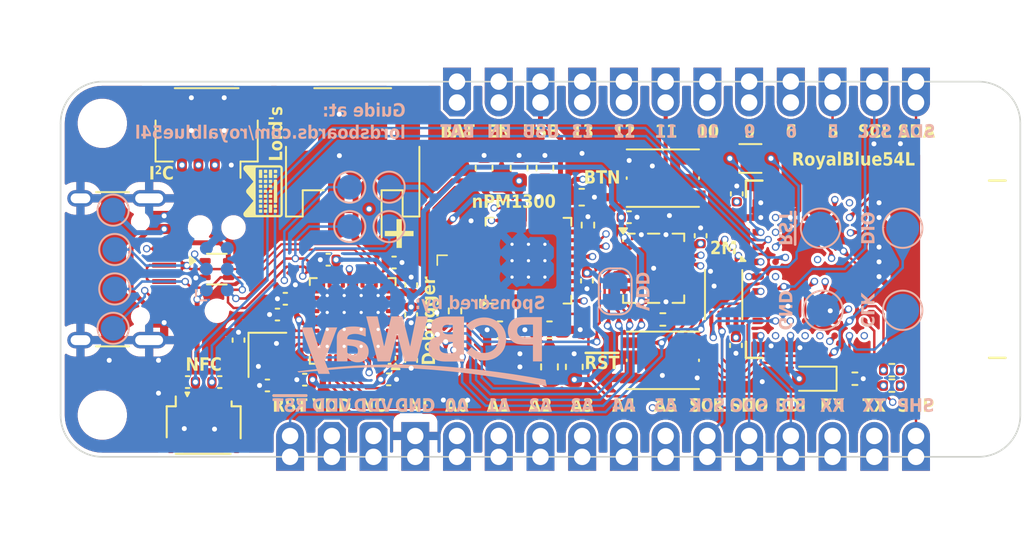
<source format=kicad_pcb>
(kicad_pcb (version 20241229) (generator "pcbnew") (generator_version "9.0")
  (title_block (date "2025-02-12"))
  (layers (0 "F.Cu" signal) (4 "In1.Cu" signal) (6 "In2.Cu" signal) (8 "In3.Cu" signal) (10 "In4.Cu" signal) (12 "In5.Cu" signal) (14 "In6.Cu" signal) (2 "B.Cu" signal) (13 "F.Paste" user) (15 "B.Paste" user) (5 "F.SilkS" user "F.Silkscreen") (7 "B.SilkS" user "B.Silkscreen") (1 "F.Mask" user) (3 "B.Mask" user) (25 "Edge.Cuts" user))
  (net 0 "")
  (net 1 "GND")
  (net 4 "/Debugger/USB.VBUS")
  (net 5 "/Debugger/nRF52_VDD")
  (net 6 "/Connectors/ANALOG.A3")
  (net 7 "/Connectors/SPI.SCK")
  (net 8 "/Connectors/ANALOG.A1")
  (net 9 "/Connectors/SPI.MISO")
  (net 10 "/Connectors/UART.RX")
  (net 11 "/Connectors/ANALOG.A2")
  (net 12 "/Connectors/SHPHLD")
  (net 13 "/Connectors/ANALOG.A4")
  (net 14 "/Connectors/SPI.MOSI")
  (net 15 "+BATT")
  (net 16 "/Connectors/ANALOG.A5")
  (net 17 "/Connectors/ANALOG.A0")
  (net 18 "/Connectors/UART.TX")
  (net 19 "/Connectors/ENABLE")
  (net 20 "/Connectors/DIG.D11")
  (net 21 "/Connectors/DIG.D9")
  (net 22 "/Connectors/I2C.SDA")
  (net 23 "/Connectors/I2C.SCL")
  (net 24 "/Connectors/DIG.D12")
  (net 25 "/Connectors/DIG.D6")
  (net 26 "/Connectors/DIG.D13")
  (net 27 "/Connectors/DIG.D5")
  (net 28 "VDD")
  (net 29 "Net-(U2-SW2)")
  (net 30 "/Connectors/DIG.D10")
  (net 31 "/Debugger/USB.CC2")
  (net 33 "/Debugger/USB.CC1")
  (net 34 "/Debugger/D-")
  (net 35 "VSYS")
  (net 36 "VBUS")
  (net 37 "/Debugger/D+")
  (net 38 "/nPM1300/NPM1300.SCL")
  (net 39 "Net-(U1-P1.01{slash}XL2)")
  (net 40 "/nPM1300/NPM1300.SDA")
  (net 41 "Net-(U1-P1.00{slash}XL1)")
  (net 42 "/Debugger/SWD_TRG.~{RESET}")
  (net 44 "Net-(U2-VSET2)")
  (net 47 "Net-(D1-A)")
  (net 48 "Net-(D1-K)")
  (net 51 "Net-(U5-XC1)")
  (net 52 "Net-(U5-DEC1)")
  (net 53 "Net-(U5-XC2)")
  (net 54 "Net-(U5-DEC3)")
  (net 55 "Net-(U5-DEC4)")
  (net 56 "Net-(J8-SWDIO)")
  (net 62 "Net-(U5-DECUSB)")
  (net 64 "/Debugger/SWD_TRG.SWDIO")
  (net 73 "Net-(J8-~{RESET})")
  (net 74 "Net-(J8-SWCLK)")
  (net 76 "/nRF54L15/D3_FLASH")
  (net 77 "/nPM1300/NPM1300.INT")
  (net 78 "/nRF54L15/~{CS}_FLASH")
  (net 79 "Net-(D3-BK)")
  (net 80 "Net-(D3-RK)")
  (net 81 "Net-(D3-GK)")
  (net 82 "Net-(JP1-A)")
  (net 83 "Net-(J6-Pin_4)")
  (net 84 "Net-(J6-Pin_2)")
  (net 88 "/nRF54L15/D2_FLASH")
  (net 89 "/Debugger/TRG_SWDCLK_NRF52")
  (net 90 "/Debugger/UART_TX_NRF52")
  (net 91 "/Debugger/TRG_SWDIO_NRF52")
  (net 92 "/Debugger/UART_RX_NRF52")
  (net 93 "/Debugger/TRG_~{RESET}_NRF52")
  (net 94 "/Debugger/SWD_TRG.SWDCLK")
  (footprint "MountingHole:MountingHole_2.5mm" (layer "F.Cu") (at 174.98 113.87)
    (property "Reference" "H4" (hide yes))
    (property "Value" "MountingHole" (hide yes))
  )
  (footprint "Capacitor_SMD:C_0402_1005Metric" (layer "F.Cu") (at 153.71 101.81)
    (property "Reference" "C25" (hide yes))
    (property "Value" "100nF")
  )
  (footprint "Resistor_SMD:R_0402_1005Metric" (layer "F.Cu") (at 169.7 112.07 180)
    (property "Reference" "R5" (hide yes))
    (property "Value" "10kR")
  )
  (footprint "Connector_JST:JST_PH_S2B-PH-SM4-TB_1x02-1MP_P2.00mm_Horizontal" (layer "F.Cu") (at 136.88 98.458 180)
    (property "Reference" "J4" (hide yes))
    (property "Value" "Conn_01x02_MountingPin")
  )
  (footprint "nordic-lib-kicad-nrf54-modules:BM15x-LGA-45_15.8x10mm" (layer "F.Cu") (at 169.12 104.98 -90)
    (property "Reference" "U1" (hide yes))
    (property "Value" "BM15x")
  )
  (footprint "Resistor_SMD:R_0402_1005Metric" (layer "F.Cu") (at 167.45 111.65)
    (property "Reference" "R6" (hide yes))
    (property "Value" "470R")
  )
  (footprint "Capacitor_SMD:C_0402_1005Metric" (layer "F.Cu") (at 140.44 107.76 -90)
    (property "Reference" "C10" (hide yes))
    (property "Value" "4.7uF")
  )
  (footprint "Resistor_SMD:R_0402_1005Metric" (layer "F.Cu") (at 169.7 111.13 180)
    (property "Reference" "R7" (hide yes))
    (property "Value" "10kR")
  )
  (footprint "LED_SMD:LED_Wurth_150044M155260" (layer "F.Cu") (at 142.88 104.98)
    (property "Reference" "D3" (hide yes))
    (property "Value" "LED_ARGB")
  )
  (footprint "Package_DFN_QFN:QFN-32-1EP_5x5mm_P0.5mm_EP3.6x3.6mm_ThermalVias" (layer "F.Cu") (at 147.58 104.46 90)
    (property "Reference" "U2" (hide yes))
    (property "Value" "nPM1300-QEXX")
  )
  (footprint "LordsBoards-Symbol:LordsBoardsLogo_Small_Silk" (layer "F.Cu") (at 130.223897 101.8175 90)
    (property "Reference" "LOGO1" (hide yes))
    (property "Value" "~" (hide yes))
  )
  (footprint "Capacitor_SMD:C_0402_1005Metric" (layer "F.Cu") (at 139.4 104.57)
    (property "Reference" "C23" (hide yes))
    (property "Value" "4.7uF")
  )
  (footprint "Capacitor_SMD:C_0402_1005Metric" (layer "F.Cu") (at 158.06 102.94 90)
    (property "Reference" "C24" (hide yes))
    (property "Value" "100nF")
  )
  (footprint "MountingHole:MountingHole_2.5mm" (layer "F.Cu") (at 174.98 96.09)
    (property "Reference" "H2" (hide yes))
    (property "Value" "MountingHole" (hide yes))
  )
  (footprint "Capacitor_SMD:C_0402_1005Metric" (layer "F.Cu") (at 140.44 110.53 -90)
    (property "Reference" "C19" (hide yes))
    (property "Value" "100nF")
  )
  (footprint "Capacitor_SMD:C_0402_1005Metric" (layer "F.Cu") (at 151.14 105.69 -90)
    (property "Reference" "C1" (hide yes))
    (property "Value" "100nF")
  )
  (footprint "marbastlib-various:USB_C_Receptacle_HRO_TYPE-C-31-M-12" (layer "F.Cu") (at 121.36 104.98 -90)
    (property "Reference" "J3" (hide yes))
    (property "Value" "USB_C_Receptacle_USB2.0_16P")
  )
  (footprint "Capacitor_SMD:C_0402_1005Metric" (layer "F.Cu") (at 129.93 109.3 -90)
    (property "Reference" "C18" (hide yes))
    (property "Value" "12pF")
  )
  (footprint "Package_SON:Winbond_USON-8-1EP_3x2mm_P0.5mm_EP0.2x1.6mm" (layer "F.Cu") (at 159.46 106.53 -90)
    (property "Reference" "U4" (hide yes))
    (property "Value" "W25Q16JVUXIQ")
  )
  (footprint "Capacitor_SMD:C_0603_1608Metric" (layer "F.Cu") (at 148.58 98.82 90)
    (property "Reference" "C4" (hide yes))
    (property "Value" "10uF")
  )
  (footprint "Crystal:Crystal_SMD_2016-4Pin_2.0x1.6mm" (layer "F.Cu") (at 131.69 110.2 -90)
    (property "Reference" "Y2" (hide yes))
    (property "Value" "32MHz")
  )
  (footprint "Capacitor_SMD:C_0402_1005Metric" (layer "F.Cu") (at 133.96 111.71 180)
    (property "Reference" "C16" (hide yes))
    (property "Value" "100nF")
  )
  (footprint "Capacitor_SMD:C_0402_1005Metric" (layer "F.Cu") (at 132.78 106.78 180)
    (property "Reference" "C22" (hide yes))
    (property "Value" "1uF")
  )
  (footprint "Capacitor_SMD:C_0402_1005Metric" (layer "F.Cu") (at 160.26 100.39 90)
    (property "Reference" "C9" (hide yes))
    (property "Value" "4.7uF")
  )
  (footprint "Capacitor_SMD:C_0603_1608Metric" (layer "F.Cu") (at 144.88 98.82 90)
    (property "Reference" "C6" (hide yes))
    (property "Value" "1uF")
  )
  (footprint "MountingHole:MountingHole_2.5mm" (layer "F.Cu") (at 121.64 113.87)
    (property "Reference" "H3" (hide yes))
    (property "Value" "MountingHole" (hide yes))
  )
  (footprint "Resistor_SMD:R_0402_1005Metric" (layer "F.Cu") (at 143.11 107.52 -90)
    (property "Reference" "R8" (hide yes))
    (property "Value" "100kR")
  )
  (footprint "LED_SMD:LED_0603_1608Metric" (layer "F.Cu") (at 164.85 111.65 180)
    (property "Reference" "D1" (hide yes))
    (property "Value" "LED_Small")
  )
  (footprint "Capacitor_SMD:C_0402_1005Metric" (layer "F.Cu") (at 128.79 111.855)
    (property "Reference" "C13" (hide yes))
    (property "Value" "300pF")
  )
  (footprint "Button_Switch_SMD:SW_Push_1P1T_NO_Vertical_Wuerth_434133025816" (layer "F.Cu") (at 155.76 110.53 180)
    (property "Reference" "SW1" (hide yes))
    (property "Value" "SW_Push")
  )
  (footprint "Package_DFN_QFN:Texas_RGY_R-PVQFN-N16_EP2.05x2.55mm" (layer "F.Cu") (at 155.2 104.92)
    (property "Reference" "U6" (hide yes))
    (property "Value" "TXB0106RGY")
  )
  (footprint "Resistor_SMD:R_0402_1005Metric" (layer "F.Cu") (at 151.2 102.29 90)
    (property "Reference" "R4" (hide yes))
    (property "Value" "330kR")
  )
  (footprint "Capacitor_SMD:C_0603_1608Metric" (layer "F.Cu") (at 150.82 100.59)
    (property "Reference" "C11" (hide yes))
    (property "Value" "2.2uF")
  )
  (footprint "Crystal:Crystal_SMD_3215-2Pin_3.2x1.5mm" (layer "F.Cu") (at 161.09 98.23 180)
    (property "Reference" "Y1" (hide yes))
    (property "Value" "32.768KHz")
  )
  (footprint "MountingHole:MountingHole_2.5mm" (layer "F.Cu") (at 121.64 96.09)
    (property "Reference" "H1" (hide yes))
    (property "Value" "MountingHole" (hide yes))
  )
  (footprint "Button_Switch_SMD:SW_Push_1P1T_NO_Vertical_Wuerth_434133025816" (layer "F.Cu") (at 155.76 99.43 180)
    (property "Reference" "SW2" (hide yes))
    (property "Value" "SW_Push")
  )
  (footprint "RoyalBlue54L-Feather-Connector_PinHeader_2.54mm:PinHeader_1x12_P2.54mm_Vertical" (layer "F.Cu") (at 143.23 94.82 90)
    (property "Reference" "J2" (hide yes))
    (property "Value" "Conn_01x12_Pin")
  )
  (footprint "RoyalBlue54L-Feather-Connector_FFC-FPC:CONN-SMD_5P-P0.50_HCTL_HC-FPC-05-09-5RLTAG" (layer "F.Cu") (at 127.81 114.53)
    (property "Reference" "J6" (hide yes))
    (property "Value" "Conn_01x05_MountingPin")
  )
  (footprint "Capacitor_SMD:C_0603_1608Metric" (layer "F.Cu") (at 150.37 110.93 90)
    (property "Reference" "C8" (hide yes))
    (property "Value" "10uF")
  )
  (footprint "Capacitor_SMD:C_0603_1608Metric" (layer "F.Cu") (at 148.86 108.67)
    (property "Reference" "C2" (hide yes))
    (property "Value" "10uF")
  )
  (footprint "Capacitor_SMD:C_0402_1005Metric" (layer "F.Cu") (at 139.07 111.69)
    (property "Reference" "C15" (hide yes))
    (property "Value" "1uF")
  )
  (footprint "Package_TO_SOT_SMD:SOT-553" (layer "F.Cu") (at 128.61 104.9725)
    (property "Reference" "U3" (hide yes))
    (property "Value" "TPD3E001DRLR")
  )
  (footprint "Inductor_SMD:L_0603_1608Metric" (layer "F.Cu") (at 148.86 110.93 90)
    (property "Reference" "L1" (hide yes))
    (property "Value" "2.2uH")
  )
  (footprint "Capacitor_SMD:C_0402_1005Metric" (layer "F.Cu") (at 126.83 111.855 180)
    (property "Reference" "C14" (hide yes))
    (property "Value" "300pF")
  )
  (footprint "Capacitor_SMD:C_0603_1608Metric" (layer "F.Cu") (at 147.01 98.82 90)
    (property "Reference" "C5" (hide yes))
    (property "Value" "1uF")
  )
  (footprint "Capacitor_SMD:C_0402_1005Metric" (layer "F.Cu") (at 140.44 105.94 90)
    (property "Reference" "C7" (hide yes))
    (property "Value" "4.7uF")
  )
  (footprint "Resistor_SMD:R_0402_1005Metric" (layer "F.Cu") (at 155.76 108.04)
    (property "Reference" "R1" (hide yes))
    (property "Value" "100kR")
  )
  (footprint "Capacitor_SMD:C_0402_1005Metric" (layer "F.Cu") (at 132.3 107.74 180)
    (property "Reference" "C21" (hide yes))
    (property "Value" "100pF")
  )
  (footprint "Connector_JST:JST_SH_SM04B-SRSS-TB_1x04-1MP_P1.00mm_Horizontal" (layer "F.Cu") (at 127.99 96.633 180)
    (property "Reference" "J5" (hide yes))
    (property "Value" "Conn_01x04_MountingPin")
  )
  (footprint "Capacitor_SMD:C_0603_1608Metric" (layer "F.Cu") (at 145.84 108.67 180)
    (property "Reference" "C3" (hide yes))
    (property "Value" "10uF")
  )
  (footprint "Capacitor_SMD:C_0402_1005Metric" (layer "F.Cu") (at 135.39 104.4 180)
    (property "Reference" "C17" (hide yes))
    (property "Value" "100nF")
  )
  (footprint "Package_DFN_QFN:QFN-40-1EP_5x5mm_P0.4mm_EP3.6x3.6mm_ThermalVias" (layer "F.Cu") (at 136.88 108.13 180)
    (property "Reference" "U5" (hide yes))
    (property "Value" "nRF52833-QDXX")
  )
  (footprint "Capacitor_SMD:C_0402_1005Metric" (layer "F.Cu") (at 160.21 109.62 -90)
    (property "Reference" "C12" (hide yes))
    (property "Value" "100nF")
  )
  (footprint "Capacitor_SMD:C_0402_1005Metric" (layer "F.Cu") (at 131.69 112.06)
    (property "Reference" "C20" (hide yes))
    (property "Value" "12pF")
  )
  (footprint "Jumper:SolderJumper-2_P1.3mm_Bridged_RoundedPad1.0x1.5mm" (layer "B.Cu") (at 152.86 106.33 90)
    (property "Reference" "JP1" (hide yes))
    (property "Value" "SolderJumper_2_Bridged")
  )
  (footprint "LordsBoards-Symbol:PCBWayLogo" (layer "B.Cu") (at 141.502034 109.949704 180)
    (property "Reference" "Ref**" (hide yes))
    (property "Value" "Val**" (hide yes))
  )
  (footprint "TestPoint:TestPoint_Pad_D1.5mm" (layer "B.Cu") (at 136.7 102.38 180)
    (property "Reference" "TP12" (hide yes))
    (property "Value" "TestPoint")
  )
  (footprint "TestPoint:TestPoint_Pad_D1.5mm" (layer "B.Cu") (at 139.1 99.98 180)
    (property "Reference" "TP9" (hide yes))
    (property "Value" "TestPoint")
  )
  (footprint "RoyalBlue54L-Feather-Connector_PinHeader_2.54mm:PinHeader_1x16_P2.54mm_Vertical" (layer "B.Cu") (at 133.07 115.14 -90)
    (property "Reference" "J1" (hide yes))
    (property "Value" "Conn_01x16_Pin")
  )
  (footprint "TestPoint:TestPoint_Pad_D1.5mm" (layer "B.Cu") (at 122.3 108.58 -90)
    (property "Reference" "TP6" (hide yes))
    (property "Value" "TestPoint")
  )
  (footprint "TestPoint:TestPoint_Pad_D1.5mm" (layer "B.Cu") (at 122.4 103.78 90)
    (property "Reference" "TP8" (hide yes))
    (property "Value" "TestPoint")
  )
  (footprint "TestPoint:TestPoint_Pad_D2.0mm" (layer "B.Cu") (at 170.36 102.48 90)
    (property "Reference" "TP1" (hide yes))
    (property "Value" "TestPoint" (hide yes))
  )
  (footprint "TestPoint:TestPoint_Pad_D2.0mm" (layer "B.Cu") (at 165.51 107.48 90)
    (property "Reference" "TP4" (hide yes))
    (property "Value" "TestPoint" (hide yes))
  )
  (footprint "TestPoint:TestPoint_Pad_D1.5mm" (layer "B.Cu") (at 139.1 102.38 180)
    (property "Reference" "TP11" (hide yes))
    (property "Value" "TestPoint")
  )
  (footprint "TestPoint:TestPoint_Pad_D1.5mm" (layer "B.Cu") (at 122.3 101.38 -90)
    (property "Reference" "TP5" (hide yes))
    (property "Value" "TestPoint")
  )
  (footprint "TestPoint:TestPoint_Pad_D1.5mm" (layer "B.Cu") (at 136.7 99.98 180)
    (property "Reference" "TP10" (hide yes))
    (property "Value" "TestPoint")
  )
  (footprint "TestPoint:TestPoint_Pad_D1.5mm" (layer "B.Cu") (at 122.4 106.18 90)
    (property "Reference" "TP7" (hide yes))
    (property "Value" "TestPoint")
  )
  (footprint "TestPoint:TestPoint_Pad_D2.0mm" (layer "B.Cu") (at 170.36 107.48 90)
    (property "Reference" "TP3" (hide yes))
    (property "Value" "TestPoint" (hide yes))
  )
  (footprint "Connector:Tag-Connect_TC2030-IDC-NL_2x03_P1.27mm_Vertical" (layer "B.Cu") (at 128.61 104.9725 90)
    (property "Reference" "J8" (hide yes))
    (property "Value" "Conn_ARM_SWD_TagConnect_TC2030-NL")
  )
  (footprint "TestPoint:TestPoint_Pad_D2.0mm" (layer "B.Cu") (at 165.36 102.48 90)
    (property "Reference" "TP2" (hide yes))
    (property "Value" "TestPoint" (hide yes))
  )
  (gr_arc (start 177.52 113.87) (mid 176.776051 115.666051) (end 174.98 116.41) (stroke (width 0.1)) (layer "Edge.Cuts"))
  (gr_arc (start 174.98 93.55) (mid 176.776051 94.293949) (end 177.52 96.09) (stroke (width 0.1)) (layer "Edge.Cuts"))
  (gr_arc (start 119.1 96.09) (mid 119.843949 94.293949) (end 121.64 93.55) (stroke (width 0.1)) (layer "Edge.Cuts"))
  (gr_line (start 121.64 93.55) (end 174.98 93.55) (stroke (width 0.1)) (layer "Edge.Cuts"))
  (gr_line (start 119.1 113.87) (end 119.1 96.09) (stroke (width 0.1)) (layer "Edge.Cuts"))
  (gr_arc (start 121.64 116.41) (mid 119.843949 115.666051) (end 119.1 113.87) (stroke (width 0.1)) (layer "Edge.Cuts"))
  (gr_line (start 177.52 96.09) (end 177.52 113.87) (stroke (width 0.1)) (layer "Edge.Cuts"))
  (gr_line (start 174.98 116.41) (end 121.64 116.41) (stroke (width 0.1)) (layer "Edge.Cuts"))
  (gr_text "Debugger" (at 141.56 108.13 90) (layer "F.SilkS") (effects (font (size 0.8 0.7) (thickness 0.16) (bold yes))))
  (gr_text "SCL" (at 168.66 96.63 0) (layer "F.SilkS") (effects (font (size 0.8 0.7) (thickness 0.16) (bold yes))))
  (gr_text "SCK" (at 158.46 113.33 0) (layer "F.SilkS") (effects (font (size 0.8 0.7) (thickness 0.16) (bold yes))))
  (gr_text "A1" (at 145.76 113.33 0) (layer "F.SilkS") (effects (font (size 0.8 0.7) (thickness 0.16) (bold yes))))
  (gr_text "GND" (at 140.68 113.33 0) (layer "F.SilkS") (effects (font (size 0.8 0.7) (thickness 0.16) (bold yes))))
  (gr_text "TX" (at 168.62 113.33 0) (layer "F.SilkS") (effects (font (size 0.8 0.7) (thickness 0.16) (bold yes))))
  (gr_text "5" (at 166.12 96.63 0) (layer "F.SilkS") (effects (font (size 0.8 0.7) (thickness 0.16) (bold yes))))
  (gr_text "SDI" (at 163.54 113.33 0) (layer "F.SilkS") (effects (font (size 0.8 0.7) (thickness 0.16) (bold yes))))
  (gr_text "13" (at 150.88 96.63 0) (layer "F.SilkS") (effects (font (size 0.8 0.7) (thickness 0.16) (bold yes))))
  (gr_text "RoyalBlue54L" (at 167.36 98.33 0) (layer "F.SilkS") (effects (font (size 0.8 0.7) (thickness 0.16) (bold yes))))
  (gr_text "A3" (at 150.84 113.33 0) (layer "F.SilkS") (effects (font (size 0.8 0.7) (thickness 0.16) (bold yes))))
  (gr_text "6" (at 163.58 96.63 0) (layer "F.SilkS") (effects (font (size 0.8 0.7) (thickness 0.16) (bold yes))))
  (gr_text "USB" (at 148.34 96.63 0) (layer "F.SilkS") (effects (font (size 0.8 0.7) (thickness 0.16) (bold yes))))
  (gr_text "2M" (at 159.46 103.73 0) (layer "F.SilkS") (effects (font (size 0.8 0.7) (thickness 0.16) (bold yes))))
  (gr_text "VDD" (at 135.6 113.33 0) (layer "F.SilkS") (effects (font (size 0.8 0.7) (thickness 0.16) (bold yes))))
  (gr_text "nPM1300" (at 146.685 100.905 0) (layer "F.SilkS") (effects (font (size 0.8 0.7) (thickness 0.16) (bold yes))))
  (gr_text "SDO" (at 161 113.33 0) (layer "F.SilkS") (effects (font (size 0.8 0.7) (thickness 0.16) (bold yes))))
  (gr_text "NC" (at 138.14 113.33 0) (layer "F.SilkS") (effects (font (size 0.8 0.7) (thickness 0.16) (bold yes))))
  (gr_text "I^{2}C" (at 125.235 99.18 0) (layer "F.SilkS") (effects (font (size 0.8 0.7) (thickness 0.16) (bold yes))))
  (gr_text "A5" (at 155.92 113.33 0) (layer "F.SilkS") (effects (font (size 0.8 0.7) (thickness 0.16) (bold yes))))
  (gr_text "+" (at 139.71 102.855 0) (layer "F.SilkS") (effects (font (size 2 2) (thickness 0.16) (bold yes))))
  (gr_text "Lord's" (at 132.26 96.73 90) (layer "F.SilkS") (effects (font (size 0.8 0.7) (thickness 0.16) (bold yes))))
  (gr_text "BTN" (at 152.06 99.43 0) (layer "F.SilkS") (effects (font (size 0.8 0.7) (thickness 0.16) (bold yes))))
  (gr_text "~{RST}" (at 133.06 113.33 0) (layer "F.SilkS") (effects (font (size 0.8 0.7) (thickness 0.16) (bold yes))))
  (gr_text "A0" (at 143.22 113.33 0) (layer "F.SilkS") (effects (font (size 0.8 0.7) (thickness 0.16) (bold yes))))
  (gr_text "SHP" (at 171.16 113.33 0) (layer "F.SilkS") (effects (font (size 0.8 0.7) (thickness 0.16) (bold yes))))
  (gr_text "A4" (at 153.38 113.33 0) (layer "F.SilkS") (effects (font (size 0.8 0.7) (thickness 0.16) (bold yes))))
  (gr_text "A2" (at 148.3 113.33 0) (layer "F.SilkS") (effects (font (size 0.8 0.7) (thickness 0.16) (bold yes))))
  (gr_text "9" (at 161.04 96.63 0) (layer "F.SilkS") (effects (font (size 0.8 0.7) (thickness 0.16) (bold yes))))
  (gr_text "NFC" (at 127.81 110.83 0) (layer "F.SilkS") (effects (font (size 0.8 0.7) (thickness 0.16) (bold yes))))
  (gr_text "11" (at 155.96 96.63 0) (layer "F.SilkS") (effects (font (size 0.8 0.7) (thickness 0.16) (bold yes))))
  (gr_text "12" (at 153.42 96.63 0) (layer "F.SilkS") (effects (font (size 0.8 0.7) (thickness 0.16) (bold yes))))
  (gr_text "BAT" (at 143.26 96.63 0) (layer "F.SilkS") (effects (font (size 0.8 0.7) (thickness 0.16) (bold yes))))
  (gr_text "EN" (at 145.8 96.63 0) (layer "F.SilkS") (effects (font (size 0.8 0.7) (thickness 0.16) (bold yes))))
  (gr_text "~{RST}" (at 152.06 110.73 0) (layer "F.SilkS") (effects (font (size 0.8 0.7) (thickness 0.16) (bold yes))))
  (gr_text "10" (at 158.5 96.63 0) (layer "F.SilkS") (effects (font (size 0.8 0.7) (thickness 0.16) (bold yes))))
  (gr_text "RX" (at 166.08 113.33 0) (layer "F.SilkS") (effects (font (size 0.8 0.7) (thickness 0.16) (bold yes))))
  (gr_text "SDA" (at 171.2 96.63 0) (layer "F.SilkS") (effects (font (size 0.8 0.7) (thickness 0.16) (bold yes))))
  (gr_text "CLK" (at 168.16 107.48 270) (layer "B.SilkS") (effects (font (size 0.8 0.7) (thickness 0.16) (bold yes)) (justify mirror)))
  (gr_text "DIO" (at 168.16 102.479293 270) (layer "B.SilkS") (effects (font (size 0.8 0.7) (thickness 0.16) (bold yes)) (justify mirror)))
  (gr_text "GND" (at 163.16 107.48 270) (layer "B.SilkS") (effects (font (size 0.8 0.7) (thickness 0.16) (bold yes)) (justify mirror)))
  (gr_text "A0" (at 143.22 113.33 0) (layer "B.SilkS") (effects (font (size 0.8 0.7) (thickness 0.16) (bold yes)) (justify mirror)))
  (gr_text "SDA" (at 171.2 96.63 0) (layer "B.SilkS") (effects (font (size 0.8 0.7) (thickness 0.16) (bold yes)) (justify mirror)))
  (gr_text "A1" (at 145.76 113.33 0) (layer "B.SilkS") (effects (font (size 0.8 0.7) (thickness 0.16) (bold yes)) (justify mirror)))
  (gr_text "11" (at 155.96 96.63 0) (layer "B.SilkS") (effects (font (size 0.8 0.7) (thickness 0.16) (bold yes)) (justify mirror)))
  (gr_text "VDD" (at 154.46 106.33 270) (layer "B.SilkS") (effects (font (size 0.8 0.7) (thickness 0.16) (bold yes)) (justify mirror)))
  (gr_text "GND" (at 140.68 113.33 0) (layer "B.SilkS") (effects (font (size 0.8 0.7) (thickness 0.16) (bold yes)) (justify mirror)))
  (gr_text "~{RST}" (at 163.16 102.479293 270) (layer "B.SilkS") (effects (font (size 0.8 0.7) (thickness 0.16) (bold yes)) (justify mirror)))
  (gr_text "SCK" (at 158.46 113.33 0) (layer "B.SilkS") (effects (font (size 0.8 0.7) (thickness 0.16) (bold yes)) (justify mirror)))
  (gr_text "A4" (at 153.38 113.33 0) (layer "B.SilkS") (effects (font (size 0.8 0.7) (thickness 0.16) (bold yes)) (justify mirror)))
  (gr_text "10" (at 158.5 96.63 0) (layer "B.SilkS") (effects (font (size 0.8 0.7) (thickness 0.16) (bold yes)) (justify mirror)))
  (gr_text "SDO" (at 161 113.33 0) (layer "B.SilkS") (effects (font (size 0.8 0.7) (thickness 0.16) (bold yes)) (justify mirror)))
  (gr_text "VDD" (at 135.6 113.33 0) (layer "B.SilkS") (effects (font (size 0.8 0.7) (thickness 0.16) (bold yes)) (justify mirror)))
  (gr_text "13" (at 150.88 96.63 0) (layer "B.SilkS") (effects (font (size 0.8 0.7) (thickness 0.16) (bold yes)) (justify mirror)))
  (gr_text "RX" (at 166.08 113.33 0) (layer "B.SilkS") (effects (font (size 0.8 0.7) (thickness 0.16) (bold yes)) (justify mirror)))
  (gr_text "~{RST}" (at 133.06 113.33 0) (layer "B.SilkS") (effects (font (size 0.8 0.7) (thickness 0.16) (bold yes)) (justify mirror)))
  (gr_text "6" (at 163.58 96.63 0) (layer "B.SilkS") (effects (font (size 0.8 0.7) (thickness 0.16) (bold yes)) (justify mirror)))
  (gr_text "Sponsored by:" (at 148.6 107.08 0) (layer "B.SilkS") (effects (font (size 0.8 0.7) (thickness 0.16) (bold yes)) (justify left mirror)))
  (gr_text "5" (at 166.12 96.63 0) (layer "B.SilkS") (effects (font (size 0.8 0.7) (thickness 0.16) (bold yes)) (justify mirror)))
  (gr_text "SCL" (at 168.66 96.63 0) (layer "B.SilkS") (effects (font (size 0.8 0.7) (thickness 0.16) (bold yes)) (justify mirror)))
  (gr_text "SDI" (at 163.54 113.33 0) (layer "B.SilkS") (effects (font (size 0.8 0.7) (thickness 0.16) (bold yes)) (justify mirror)))
  (gr_text "EN" (at 145.8 96.63 0) (layer "B.SilkS") (effects (font (size 0.8 0.7) (thickness 0.16) (bold yes)) (justify mirror)))
  (gr_text "BAT" (at 143.26 96.63 0) (layer "B.SilkS") (effects (font (size 0.8 0.7) (thickness 0.16) (bold yes)) (justify mirror)))
  (gr_text "Guide at:\nlordsboards.com/royalblue54l" (at 140.1 96.02 0) (layer "B.SilkS") (effects (font (size 0.8 0.7) (thickness 0.16) (bold yes)) (justify left mirror)))
  (gr_text "A2" (at 148.3 113.33 0) (layer "B.SilkS") (effects (font (size 0.8 0.7) (thickness 0.16) (bold yes)) (justify mirror)))
  (gr_text "9" (at 161.04 96.63 0) (layer "B.SilkS") (effects (font (size 0.8 0.7) (thickness 0.16) (bold yes)) (justify mirror)))
  (gr_text "USB" (at 148.34 96.63 0) (layer "B.SilkS") (effects (font (size 0.8 0.7) (thickness 0.16) (bold yes)) (justify mirror)))
  (gr_text "SHP" (at 171.16 113.33 0) (layer "B.SilkS") (effects (font (size 0.8 0.7) (thickness 0.16) (bold yes)) (justify mirror)))
  (gr_text "A3" (at 150.84 113.33 0) (layer "B.SilkS") (effects (font (size 0.8 0.7) (thickness 0.16) (bold yes)) (justify mirror)))
  (gr_text "VDD" (at 138.14 113.33 0) (layer "B.SilkS") (effects (font (size 0.8 0.7) (thickness 0.16) (bold yes)) (justify mirror)))
  (gr_text "TX" (at 168.62 113.33 0) (layer "B.SilkS") (effects (font (size 0.8 0.7) (thickness 0.16) (bold yes)) (justify mirror)))
  (gr_text "A5" (at 155.92 113.33 0) (layer "B.SilkS") (effects (font (size 0.8 0.7) (thickness 0.16) (bold yes)) (justify mirror)))
  (gr_text "12" (at 153.42 96.63 0) (layer "B.SilkS") (effects (font (size 0.8 0.7) (thickness 0.16) (bold yes)) (justify mirror)))
  (segment (start 136.88 108.13) (end 136.68 107.93) (width 0.15) (layer "F.Cu") (net 1))
  (segment (start 168.92 104.53) (end 168.92 105.43) (width 0.3) (layer "F.Cu") (net 1))
  (segment (start 146.33 105.21) (end 146.58 105.46) (width 0.3) (layer "F.Cu") (net 1))
  (segment (start 156.48 107.34) (end 156.27 107.55) (width 0.3) (layer "F.Cu") (net 1))
  (segment (start 158.935 106.005) (end 158.71 105.78) (width 0.15) (layer "F.Cu") (net 1))
  (segment (start 155.95 106.965) (end 156.375 106.965) (width 0.3) (layer "F.Cu") (net 1))
  (segment (start 148.33 105.21) (end 147.58 104.46) (width 0.3) (layer "F.Cu") (net 1))
  (segment (start 148.83 103.21) (end 147.58 104.46) (width 0.3) (layer "F.Cu") (net 1))
  (segment (start 158.935 106.005) (end 158.879468 106.005) (width 0.15) (layer "F.Cu") (net 1))
  (segment (start 146.33 105.71) (end 146.58 105.46) (width 0.3) (layer "F.Cu") (net 1))
  (segment (start 168.92 100.93) (end 168.92 105.43) (width 0.3) (layer "F.Cu") (net 1))
  (segment (start 127.91 105.4725) (end 127.4675 105.4725) (width 0.15) (layer "F.Cu") (net 1))
  (segment (start 149.33 102.01) (end 148.83 102.01) (width 0.3) (layer "F.Cu") (net 1))
  (segment (start 146.33 106.91) (end 146.33 105.71) (width 0.3) (layer "F.Cu") (net 1))
  (segment (start 150.37 110.155) (end 150.37 110.14) (width 0.3) (layer "F.Cu") (net 1))
  (segment (start 148.83 102.01) (end 148.83 103.21) (width 0.3) (layer "F.Cu") (net 1))
  (segment (start 150.37 110.14) (end 150.36 110.13) (width 0.3) (layer "F.Cu") (net 1))
  (segment (start 155.2 104.92) (end 155.31 105.03) (width 0.3) (layer "F.Cu") (net 1))
  (segment (start 159.46 106.53) (end 158.935 106.005) (width 0.15) (layer "F.Cu") (net 1))
  (segment (start 145.13 104.21) (end 147.33 104.21) (width 0.3) (layer "F.Cu") (net 1))
  (segment (start 158.66 105.105) (end 158.71 105.105) (width 0.3) (layer "F.Cu") (net 1))
  (segment (start 145.13 105.71) (end 146.33 105.71) (width 0.3) (layer "F.Cu") (net 1))
  (segment (start 162.62 107.23) (end 163.38 107.23) (width 0.15) (layer "F.Cu") (net 1))
  (segment (start 147.33 104.21) (end 147.58 104.46) (width 0.3) (layer "F.Cu") (net 1))
  (segment (start 145.13 104.71) (end 147.33 104.71) (width 0.3) (layer "F.Cu") (net 1))
  (segment (start 137.48 110.5675) (end 137.48 109.763333) (width 0.15) (layer "F.Cu") (net 1))
  (segment (start 147.33 104.71) (end 147.58 104.46) (width 0.3) (layer "F.Cu") (net 1))
  (segment (start 127.43 105.51) (end 127.33 105.51) (width 0.15) (layer "F.Cu") (net 1))
  (segment (start 156.48 107.07) (end 156.48 107.34) (width 0.3) (layer "F.Cu") (net 1))
  (segment (start 155.31 105.03) (end 155.76 105.03) (width 0.3) (layer "F.Cu") (net 1))
  (segment (start 150.73 108.66) (end 149.645 108.66) (width 0.3) (layer "F.Cu") (net 1))
  (segment (start 156.375 106.965) (end 156.48 107.07) (width 0.3) (layer "F.Cu") (net 1))
  (segment (start 149.645 108.66) (end 149.635 108.67) (width 0.3) (layer "F.Cu") (net 1))
  (segment (start 168.92 103.63) (end 168.92 104.53) (width 0.3) (layer "F.Cu") (net 1))
  (segment (start 148.33 106.91) (end 148.33 105.21) (width 0.3) (layer "F.Cu") (net 1))
  (segment (start 156.27 107.55) (end 156.27 108.04) (width 0.3) (layer "F.Cu") (net 1))
  (segment (start 157.845 111.605) (end 157.85 111.6) (width 0.15) (layer "F.Cu") (net 1))
  (segment (start 137.48 109.763333) (end 137.396667 109.68) (width 0.15) (layer "F.Cu") (net 1))
  (segment (start 136.68 107.93) (end 134.4425 107.93) (width 0.15) (layer "F.Cu") (net 1))
  (segment (start 145.13 105.21) (end 146.33 105.21) (width 0.3) (layer "F.Cu") (net 1))
  (segment (start 158.71 105.78) (end 158.71 105.105) (width 0.15) (layer "F.Cu") (net 1))
  (segment (start 127.4675 105.4725) (end 127.43 105.51) (width 0.15) (layer "F.Cu") (net 1))
  (segment (start 157.835 111.605) (end 157.845 111.605) (width 0.15) (layer "F.Cu") (net 1))
  (via (at 158.66 105.105) (size 0.45) (drill 0.3) (layers "F.Cu" "B.Cu") (net 1))
  (via (at 164.105 109.76) (size 0.45) (drill 0.3) (layers "F.Cu" "B.Cu") (net 1))
  (via (at 139.55 111.69) (size 0.45) (drill 0.3) (layers "F.Cu" "B.Cu") (net 1))
  (via (at 154.19 101.81) (size 0.45) (drill 0.3) (layers "F.Cu" "B.Cu") (net 1))
  (via (at 144.085 102.03) (size 0.45) (drill 0.3) (layers "F.Cu" "B.Cu") (net 1))
  (via (at 140.44 111.01) (size 0.45) (drill 0.3) (layers "F.Cu" "B.Cu") (net 1))
  (via (at 151.2 101.78) (size 0.45) (drill 0.3) (layers "F.Cu" "B.Cu") (net 1))
  (via (at 168.92 103.63) (size 0.45) (drill 0.3) (layers "F.Cu" "B.Cu") (net 1))
  (via (at 126.63 114.69) (size 0.45) (drill 0.3) (layers "F.Cu" "B.Cu") (net 1))
  (via (at 160.26 99.91) (size 0.45) (drill 0.3) (layers "F.Cu" "B.Cu") (net 1))
  (via (at 155.95 106.965) (size 0.45) (drill 0.3) (layers "F.Cu" "B.Cu") (net 1))
  (via (at 125.405 108.23) (size 0.45) (drill 0.3) (layers "F.Cu" "B.Cu") (net 1))
  (via (at 147.06 110.93) (size 0.45) (drill 0.3) (layers "F.Cu" "B.Cu") (net 1))
  (via (at 136.07 98.06) (size 0.45) (drill 0.3) (layers "F.Cu" "B.Cu") (net 1))
  (via (at 129.49 98.633) (size 0.45) (drill 0.3) (layers "F.Cu" "B.Cu") (net 1))
  (via (at 168.92 101.83) (size 0.45) (drill 0.3) (layers "F.Cu" "B.Cu") (net 1))
  (via (at 155.2 104.92) (size 0.45) (drill 0.3) (layers "F.Cu" "B.Cu") (net 1))
  (via (at 161.72 100.93) (size 0.45) (drill 0.3) (layers "F.Cu" "B.Cu") (net 1))
  (via (at 129.06 96.53) (size 0.45) (drill 0.3) (layers "F.Cu" "B.Cu") (net 1))
  (via (at 158.879468 106.005) (size 0.45) (drill 0.3) (layers "F.Cu" "B.Cu") (net 1))
  (via (at 128.47 114.72) (size 0.45) (drill 0.3) (layers "F.Cu" "B.Cu") (net 1))
  (via (at 127.06 96.53) (size 0.45) (drill 0.3) (layers "F.Cu" "B.Cu") (net 1))
  (via (at 161.81 111.83) (size 0.45) (drill 0.3) (layers "F.Cu" "B.Cu") (net 1))
  (via (at 132.24 109.5) (size 0.45) (drill 0.3) (layers "F.Cu" "B.Cu") (net 1))
  (via (at 163.52 101.83) (size 0.45) (drill 0.3) (layers "F.Cu" "B.Cu") (net 1))
  (via (at 147.06 110.13) (size 0.45) (drill 0.3) (layers "F.Cu" "B.Cu") (net 1))
  (via (at 144.88 98.045) (size 0.45) (drill 0.3) (layers "F.Cu" "B.Cu") (net 1))
  (via (at 129.93 108.82) (size 0.45) (drill 0.3) (layers "F.Cu" "B.Cu") (net 1))
  (via (at 165.95 107.51) (size 0.45) (drill 0.3) (layers "F.Cu" "B.Cu") (net 1))
  (via (at 122.06 110.53) (size 0.45) (drill 0.3) (layers "F.Cu" "B.Cu") (net 1))
  (via (at 140.44 108.24) (size 0.45) (drill 0.3) (layers "F.Cu" "B.Cu") (net 1))
  (via (at 155.73 111.45) (size 0.45) (drill 0.3) (layers "F.Cu" "B.Cu") (net 1))
  (via (at 148.58 98.045) (size 0.45) (drill 0.3) (layers "F.Cu" "B.Cu") (net 1))
  (via (at 131.14 110.9) (size 0.45) (drill 0.3) (layers "F.Cu" "B.Cu") (net 1))
  (via (at 163.38 107.23) (size 0.45) (drill 0.3) (layers "F.Cu" "B.Cu") (net 1))
  (via (at 129.06 94.53) (size 0.45) (drill 0.3) (layers "F.Cu" "B.Cu") (net 1))
  (via (at 127.06 94.53) (size 0.45) (drill 0.3) (layers "F.Cu" "B.Cu") (net 1))
  (via (at 127.33 105.51) (size 0.45) (drill 0.3) (layers "F.Cu" "B.Cu") (net 1))
  (via (at 150.36 110.13) (size 0.45) (drill 0.3) (layers "F.Cu" "B.Cu") (net 1))
  (via (at 151.595 100.59) (size 0.45) (drill 0.3) (layers "F.Cu" "B.Cu") (net 1))
  (via (at 145.065 108.67) (size 0.45) (drill 0.3) (layers "F.Cu" "B.Cu") (net 1))
  (via (at 140.44 105.46) (size 0.45) (drill 0.3) (layers "F.Cu" "B.Cu") (net 1))
  (via (at 147.01 98.045) (size 0.45) (drill 0.3) (layers "F.Cu" "B.Cu") (net 1))
  (via (at 158.06 102.46) (size 0.45) (drill 0.3) (layers "F.Cu" "B.Cu") (net 1))
  (via (at 139.88 104.57) (size 0.45) (drill 0.3) (layers "F.Cu" "B.Cu") (net 1))
  (via (at 125.06 112.53) (size 0.45) (drill 0.3) (layers "F.Cu" "B.Cu") (net 1))
  (via (at 150.73 108.66) (size 0.45) (drill 0.3) (layers "F.Cu" "B.Cu") (net 1))
  (via (at 160.21 110.1) (size 0.45) (drill 0.3) (layers "F.Cu" "B.Cu") (net 1))
  (via (at 131.82 107.74) (size 0.45) (drill 0.3) (layers "F.Cu" "B.Cu") (net 1))
  (via (at 143.88 112.96) (size 0.45) (drill 0.3) (layers "F.Cu" "B.Cu") (net 1))
  (via (at 154.45 102.875) (size 0.45) (drill 0.3) (layers "F.Cu" "B.Cu") (net 1))
  (via (at 142 107.62) (size 0.45) (drill 0.3) (layers "F.Cu" "B.Cu") (net 1))
  (via (at 125.405 101.73) (size 0.45) (drill 0.3) (layers "F.Cu" "B.Cu") (net 1))
  (via (at 167.96 111.65) (size 0.45) (drill 0.3) (layers "F.Cu" "B.Cu") (net 1))
  (via (at 168.92 105.43) (size 0.45) (drill 0.3) (layers "F.Cu" "B.Cu") (net 1))
  (via (at 168.92 100.93) (size 0.45) (drill 0.3) (layers "F.Cu" "B.Cu") (net 1))
  (via (at 133.39 105.93) (size 0.45) (drill 0.3) (layers "F.Cu" "B.Cu") (net 1))
  (via (at 170.22 97.33) (size 0.45) (drill 0.3) (layers "F.Cu" "B.Cu") (net 1))
  (via (at 132.3 106.78) (size 0.45) (drill 0.3) (layers "F.Cu" "B.Cu") (net 1))
  (via (at 155.95 102.875) (size 0.45) (drill 0.3) (layers "F.Cu" "B.Cu") (net 1))
  (via (at 162.35 109.65) (size 0.45) (drill 0.3) (layers "F.Cu" "B.Cu") (net 1))
  (via (at 161.72 101.83) (size 0.45) (drill 0.3) (layers "F.Cu" "B.Cu") (net 1))
  (via (at 151.14 106.17) (size 0.45) (drill 0.3) (layers "F.Cu" "B.Cu") (net 1))
  (via (at 133.48 111.71) (size 0.45) (drill 0.3) (layers "F.Cu" "B.Cu") (net 1))
  (via (at 168.92 104.53) (size 0.45) (drill 0.3) (layers "F.Cu" "B.Cu") (net 1))
  (via (at 125.06 110.53) (size 0.45) (drill 0.3) (layers "F.Cu" "B.Cu") (net 1))
  (via (at 168.61 97.34) (size 0.45) (drill 0.3) (layers "F.Cu" "B.Cu") (net 1))
  (via (at 156.16 101.71) (size 0.45) (drill 0.3) (layers "F.Cu" "B.Cu") (net 1))
  (via (at 136.06 95.53) (size 0.45) (drill 0.3) (layers "F.Cu" "B.Cu") (net 1))
  (via (at 155.12 98.69) (size 0.45) (drill 0.3) (layers "F.Cu" "B.Cu") (net 1))
  (via (at 142.4 112.95) (size 0.45) (drill 0.3) (layers "F.Cu" "B.Cu") (net 1))
  (via (at 157.85 111.6) (size 0.45) (drill 0.3) (layers "F.Cu" "B.Cu") (net 1))
  (via (at 150.84 97.92) (size 0.45) (drill 0.3) (layers "F.Cu" "B.Cu") (net 1))
  (via (at 131.21 112.06) (size 0.45) (drill 0.3) (layers "F.Cu" "B.Cu") (net 1))
  (via (at 134.91 104.4) (size 0.45) (drill 0.3) (layers "F.Cu" "B.Cu") (net 1))
  (via (at 153.71 98.355) (size 0.45) (drill 0.3) (layers "F.Cu" "B.Cu") (net 1))
  (segment (start 147.33 102.01) (end 147.33 101.18) (width 0.3) (layer "F.Cu") (net 4))
  (segment (start 128.82 103.37) (end 129.31 103.86) (width 0.3) (layer "F.Cu") (net 4))
  (segment (start 125.405 102.53) (end 126.34 102.53) (width 0.3) (layer "F.Cu") (net 4))
  (segment (start 127.18 103.37) (end 128.82 103.37) (width 0.3) (layer "F.Cu") (net 4))
  (segment (start 123.39 106.267624) (end 123.39 103.692376) (width 0.3) (layer "F.Cu") (net 4))
  (segment (start 123.39 103.692376) (end 124.552376 102.53) (width 0.3) (layer "F.Cu") (net 4))
  (segment (start 147.01 100.86) (end 147.01 99.595) (width 0.3) (layer "F.Cu") (net 4))
  (segment (start 147.33 101.18) (end 147.01 100.86) (width 0.3) (layer "F.Cu") (net 4))
  (segment (start 126.34 102.53) (end 127.18 103.37) (width 0.3) (layer "F.Cu") (net 4))
  (segment (start 124.552376 102.53) (end 125.405 102.53) (width 0.3) (layer "F.Cu") (net 4))
  (segment (start 129.31 103.86) (end 129.31 104.4725) (width 0.3) (layer "F.Cu") (net 4))
  (segment (start 125.405 107.43) (end 124.552376 107.43) (width 0.3) (layer "F.Cu") (net 4))
  (segment (start 124.552376 107.43) (end 123.39 106.267624) (width 0.3) (layer "F.Cu") (net 4))
  (via (at 125.405 102.53) (size 0.45) (drill 0.3) (layers "F.Cu" "B.Cu") (net 4))
  (via (at 147.01 99.595) (size 0.45) (drill 0.3) (layers "F.Cu" "B.Cu") (net 4))
  (segment (start 122.3 101.38) (end 123.67 102.75) (width 0.3) (layer "B.Cu") (net 4))
  (segment (start 123.67 102.75) (end 125.185 102.75) (width 0.3) (layer "B.Cu") (net 4))
  (segment (start 125.185 102.75) (end 125.405 102.53) (width 0.3) (layer "B.Cu") (net 4))
  (segment (start 122.3 101.38) (end 122.29 101.37) (width 0.3) (layer "B.Cu") (net 4))
  (segment (start 127.41 106.81) (end 127.41 110.33) (width 0.3) (layer "F.Cu") (net 5))
  (segment (start 127.41 110.33) (end 127.79 110.71) (width 0.3) (layer "F.Cu") (net 5))
  (segment (start 138.68 111.17) (end 138.59 111.26) (width 0.15) (layer "F.Cu") (net 5))
  (segment (start 140.44 107.28) (end 140.04 107.28) (width 0.15) (layer "F.Cu") (net 5))
  (segment (start 134.44 112.53) (end 134.44 111.71) (width 0.3) (layer "F.Cu") (net 5))
  (segment (start 138.59 111.69) (end 138.59 111.26) (width 0.3) (layer "F.Cu") (net 5))
  (segment (start 135.88 104.41) (end 135.88 105.6925) (width 0.15) (layer "F.Cu") (net 5))
  (segment (start 154.87 106.94) (end 154.46 106.94) (width 0.3) (layer "F.Cu") (net 5))
  (segment (start 155.25 108.04) (end 155.25 107.32) (width 0.3) (layer "F.Cu") (net 5))
  (segment (start 141.51 107.28) (end 140.44 107.28) (width 0.15) (layer "F.Cu") (net 5))
  (segment (start 127.79 110.71) (end 129.54 110.71) (width 0.3) (layer "F.Cu") (net 5))
  (segment (start 139.89 107.13) (end 139.3175 107.13) (width 0.15) (layer "F.Cu") (net 5))
  (segment (start 153.41 103.665) (end 153.405 103.67) (width 0.3) (layer "F.Cu") (net 5))
  (segment (start 143.11 107.01) (end 141.78 107.01) (width 0.15) (layer "F.Cu") (net 5))
  (segment (start 153.41 103.04) (end 153.41 103.665) (width 0.3) (layer "F.Cu") (net 5))
  (segment (start 130.67 113.22) (end 133.75 113.22) (width 0.3) (layer "F.Cu") (net 5))
  (segment (start 141.78 107.01) (end 141.51 107.28) (width 0.15) (layer "F.Cu") (net 5))
  (segment (start 129.54 110.71) (end 130.17 111.34) (width 0.3) (layer "F.Cu") (net 5))
  (segment (start 133.75 113.22) (end 134.44 112.53) (width 0.3) (layer "F.Cu") (net 5))
  (segment (start 134.44 110.0075) (end 134.4425 110.005) (width 0.3) (layer "F.Cu") (net 5))
  (segment (start 155.25 107.32) (end 154.87 106.94) (width 0.3) (layer "F.Cu") (net 5))
  (segment (start 130.17 111.34) (end 130.17 112.72) (width 0.3) (layer "F.Cu") (net 5))
  (segment (start 134.44 111.71) (end 134.44 110.0075) (width 0.3) (layer "F.Cu") (net 5))
  (segment (start 130.17 112.72) (end 130.67 113.22) (width 0.3) (layer "F.Cu") (net 5))
  (segment (start 138.68 110.5675) (end 138.68 111.17) (width 0.15) (layer "F.Cu") (net 5))
  (segment (start 135.87 104.4) (end 135.88 104.41) (width 0.15) (layer "F.Cu") (net 5))
  (segment (start 140.04 107.28) (end 139.89 107.13) (width 0.15) (layer "F.Cu") (net 5))
  (via (at 153.41 103.04) (size 0.45) (drill 0.3) (layers "F.Cu" "B.Cu") (net 5))
  (via (at 138.59 111.69) (size 0.45) (drill 0.3) (layers "F.Cu" "B.Cu") (net 5))
  (via (at 134.44 111.71) (size 0.45) (drill 0.3) (layers "F.Cu" "B.Cu") (net 5))
  (via (at 140.44 107.28) (size 0.45) (drill 0.3) (layers "F.Cu" "B.Cu") (net 5))
  (via (at 153.23 101.81) (size 0.45) (drill 0.3) (layers "F.Cu" "B.Cu") (net 5))
  (via (at 135.87 104.4) (size 0.45) (drill 0.3) (layers "F.Cu" "B.Cu") (net 5))
  (via (at 127.41 106.81) (size 0.45) (drill 0.3) (layers "F.Cu" "B.Cu") (net 5))
  (via (at 154.46 106.94) (size 0.45) (drill 0.3) (layers "F.Cu" "B.Cu") (net 5))
  (segment (start 140.305 106.395) (end 140.305 106.695) (width 0.25) (layer "B.Cu") (net 5))
  (segment (start 140.37 106.46) (end 140.23 106.32) (width 0.25) (layer "B.Cu") (net 5))
  (segment (start 153.23 102.86) (end 153.41 103.04) (width 0.3) (layer "B.Cu") (net 5))
  (segment (start 141.71 100.943166) (end 141.656583 100.996583) (width 0.3) (layer "B.Cu") (net 5))
  (segment (start 140.44 106.53) (end 140.44 106.83) (width 0.25) (layer "B.Cu") (net 5))
  (segment (start 140.44 107.28) (end 140.44 107.6) (width 0.25) (layer "B.Cu") (net 5))
  (segment (start 151.98 98.76) (end 152.63 99.41) (width 0.3) (layer "B.Cu") (net 5))
  (segment (start 153.23 101.500001) (end 153.23 101.81) (width 0.3) (layer "B.Cu") (net 5))
  (segment (start 141.71 100.56) (end 141.901583 100.751583) (width 0.3) (layer "B.Cu") (net 5))
  (segment (start 138.31 104.4) (end 135.87 104.4) (width 0.25) (layer "B.Cu") (net 5))
  (segment (start 140.44 106.53) (end 140.37 106.46) (width 0.25) (layer "B.Cu") (net 5))
  (segment (start 139.1 99.98) (end 141.13 99.98) (width 0.3) (layer "B.Cu") (net 5))
  (segment (start 140.44 107.28) (end 140.44 106.53) (width 0.25) (layer "B.Cu") (net 5))
  (segment (start 140.23 106.32) (end 138.31 104.4) (width 0.25) (layer "B.Cu") (net 5))
  (segment (start 154.46 104.09) (end 153.41 103.04) (width 0.3) (layer "B.Cu") (net 5))
  (segment (start 141.758417 100.511583) (end 142.141583 100.511583) (width 0.3) (layer "B.Cu") (net 5))
  (segment (start 140.35 107.69) (end 140.16 107.69) (width 0.25) (layer "B.Cu") (net 5))
  (segment (start 139.78 110.5) (end 138.59 111.69) (width 0.25) (layer "B.Cu") (net 5))
  (segment (start 140.685 106.585) (end 140.495 106.585) (width 0.3) (layer "B.Cu") (net 5))
  (segment (start 153.23 101.81) (end 153.23 102.86) (width 0.3) (layer "B.Cu") (net 5))
  (segment (start 134.44 111.71) (end 134.84 112.11) (width 0.25) (layer "B.Cu") (net 5))
  (segment (start 140.685 106.585) (end 141.19 106.08) (width 0.3) (layer "B.Cu") (net 5))
  (segment (start 127.975 106.245) (end 127.41 106.81) (width 0.15) (layer "B.Cu") (net 5))
  (segment (start 141.71 100.56) (end 141.758417 100.511583) (width 0.3) (layer "B.Cu") (net 5))
  (segment (start 152.63 100.9) (end 153.23 101.500001) (width 0.3) (layer "B.Cu") (net 5))
  (segment (start 142.141583 100.511583) (end 143.893166 98.76) (width 0.3) (layer "B.Cu") (net 5))
  (segment (start 141.19 106.08) (end 141.19 101.463166) (width 0.3) (layer "B.Cu") (net 5))
  (segment (start 141.901583 100.751583) (end 142.141583 100.511583) (width 0.3) (layer "B.Cu") (net 5))
  (segment (start 143.893166 98.76) (end 151.98 98.76) (width 0.3) (layer "B.Cu") (net 5))
  (segment (start 138.17 112.11) (end 138.59 111.69) (width 0.25) (layer "B.Cu") (net 5))
  (segment (start 154.46 106.94) (end 154.46 104.09) (width 0.3) (layer "B.Cu") (net 5))
  (segment (start 152.63 99.41) (end 152.63 100.9) (width 0.3) (layer "B.Cu") (net 5))
  (segment (start 139.78 108.07) (end 139.78 110.5) (width 0.25) (layer "B.Cu") (net 5))
  (segment (start 140.16 107.69) (end 139.78 108.07) (width 0.25) (layer "B.Cu") (net 5))
  (segment (start 140.305 106.695) (end 140.44 106.83) (width 0.25) (layer "B.Cu") (net 5))
  (segment (start 140.44 107.6) (end 140.35 107.69) (width 0.25) (layer "B.Cu") (net 5))
  (segment (start 127.975 106.2425) (end 127.975 106.245) (width 0.15) (layer "B.Cu") (net 5))
  (segment (start 141.71 100.56) (end 141.71 100.943166) (width 0.3) (layer "B.Cu") (net 5))
  (segment (start 140.23 106.32) (end 140.305 106.395) (width 0.25) (layer "B.Cu") (net 5))
  (segment (start 140.44 107.28) (end 140.44 106.83) (width 0.3) (layer "B.Cu") (net 5))
  (segment (start 141.19 101.463166) (end 141.656583 100.996583) (width 0.3) (layer "B.Cu") (net 5))
  (segment (start 140.44 106.83) (end 140.685 106.585) (width 0.3) (layer "B.Cu") (net 5))
  (segment (start 141.656583 100.996583) (end 141.901583 100.751583) (width 0.3) (layer "B.Cu") (net 5))
  (segment (start 134.84 112.11) (end 138.17 112.11) (width 0.25) (layer "B.Cu") (net 5))
  (segment (start 141.13 99.98) (end 141.71 100.56) (width 0.3) (layer "B.Cu") (net 5))
  (via (at 161.72 106.33) (size 0.45) (drill 0.3) (layers "F.Cu" "B.Cu") (net 6))
  (segment (start 160.92 108.37) (end 161.16 108.13) (width 0.15) (layer "F.Cu") (net 7))
  (segment (start 159.73 110.78) (end 160.68 110.78) (width 0.15) (layer "F.Cu") (net 7))
  (segment (start 160.92 110.52) (end 160.92 108.37) (width 0.15) (layer "F.Cu") (net 7))
  (segment (start 159.21 107.955) (end 159.21 108.61541) (width 0.15) (layer "F.Cu") (net 7))
  (segment (start 160.68 110.76) (end 160.92 110.52) (width 0.15) (layer "F.Cu") (net 7))
  (segment (start 160.68 110.78) (end 160.68 110.76) (width 0.15) (layer "F.Cu") (net 7))
  (segment (start 161.16 108.13) (end 161.47 108.13) (width 0.15) (layer "F.Cu") (net 7))
  (segment (start 159.364035 108.769445) (end 159.364035 110.414035) (width 0.15) (layer "F.Cu") (net 7))
  (segment (start 159.364035 110.414035) (end 159.73 110.78) (width 0.15) (layer "F.Cu") (net 7))
  (segment (start 159.21 108.61541) (end 159.364035 108.769445) (width 0.15) (layer "F.Cu") (net 7))
  (via (at 159.364035 108.769445) (size 0.45) (drill 0.3) (layers "F.Cu" "B.Cu") (net 7))
  (segment (start 158.47 115.14) (end 159.364035 114.245965) (width 0.15) (layer "B.Cu") (net 7))
  (segment (start 159.364035 114.245965) (end 159.364035 108.769445) (width 0.15) (layer "B.Cu") (net 7))
  (via (at 161.72 104.53) (size 0.45) (drill 0.3) (layers "F.Cu" "B.Cu") (net 8))
  (segment (start 159.71 103.9) (end 160.02 103.59) (width 0.15) (layer "F.Cu") (net 9))
  (segment (start 159.71 105.105) (end 159.71 103.9) (width 0.15) (layer "F.Cu") (net 9))
  (via (at 160.02 103.59) (size 0.45) (drill 0.3) (layers "F.Cu" "B.Cu") (net 9))
  (via (at 161.72 109.03) (size 0.45) (drill 0.3) (layers "F.Cu" "B.Cu") (net 9))
  (segment (start 161.72 110.6) (end 161.72 109.03) (width 0.15) (layer "B.Cu") (net 9))
  (segment (start 163.55 115.14) (end 163.55 112.43) (width 0.15) (layer "B.Cu") (net 9))
  (segment (start 163.55 112.43) (end 161.72 110.6) (width 0.15) (layer "B.Cu") (net 9))
  (segment (start 156.995 104.17) (end 158.030564 104.17) (width 0.15) (layer "F.Cu") (net 10))
  (segment (start 158.030564 104.17) (end 158.075565 104.124999) (width 0.15) (layer "F.Cu") (net 10))
  (via (at 167.12 100.93) (size 0.45) (drill 0.3) (layers "F.Cu" "B.Cu") (net 10))
  (via (at 158.075565 104.124999) (size 0.45) (drill 0.3) (layers "F.Cu" "B.Cu") (net 10))
  (segment (start 160.99 105.43) (end 161.72 105.43) (width 0.15) (layer "F.Cu") (net 11))
  (via (at 160.99 105.43) (size 0.45) (drill 0.3) (layers "F.Cu" "B.Cu") (net 11))
  (segment (start 170.81 113.75) (end 171.17 114.11) (width 0.15) (layer "F.Cu") (net 12))
  (segment (start 150.775726 103.21) (end 150.03 103.21) (width 0.15) (layer "F.Cu") (net 12))
  (segment (start 169.11 113.42) (end 169.44 113.75) (width 0.15) (layer "F.Cu") (net 12))
  (segment (start 151.834 103.296) (end 152.3 102.83) (width 0.15) (layer "F.Cu") (net 12))
  (segment (start 155.13 113.42) (end 169.11 113.42) (width 0.15) (layer "F.Cu") (net 12))
  (segment (start 171.17 114.11) (end 171.17 115.14) (width 0.15) (layer "F.Cu") (net 12))
  (segment (start 151.834 103.296) (end 150.861726 103.296) (width 0.15) (layer "F.Cu") (net 12))
  (segment (start 169.44 113.75) (end 170.81 113.75) (width 0.15) (layer "F.Cu") (net 12))
  (segment (start 150.861726 103.296) (end 150.775726 103.21) (width 0.15) (layer "F.Cu") (net 12))
  (via (at 155.13 113.42) (size 0.45) (drill 0.3) (layers "F.Cu" "B.Cu") (net 12))
  (via (at 152.3 102.83) (size 0.45) (drill 0.3) (layers "F.Cu" "B.Cu") (net 12))
  (segment (start 166.22 101.83) (end 166.22 100.75) (width 0.15) (layer "F.Cu") (net 13))
  (segment (start 166.22 100.75) (end 166.23 100.74) (width 0.15) (layer "F.Cu") (net 13))
  (via (at 165.18 104.39) (size 0.45) (drill 0.3) (layers "F.Cu" "B.Cu") (net 13))
  (via (at 166.23 100.74) (size 0.45) (drill 0.3) (layers "F.Cu" "B.Cu") (net 13))
  (segment (start 158.71 109.02) (end 158.83 109.14) (width 0.15) (layer "F.Cu") (net 14))
  (segment (start 158.71 107.955) (end 158.71 109.02) (width 0.15) (layer "F.Cu") (net 14))
  (via (at 158.83 109.14) (size 0.45) (drill 0.3) (layers "F.Cu" "B.Cu") (net 14))
  (via (at 162.62 108.13) (size 0.45) (drill 0.3) (layers "F.Cu" "B.Cu") (net 14))
  (segment (start 161.01 108.13) (end 161.14 108.13) (width 0.15) (layer "B.Cu") (net 14))
  (segment (start 161.01 108.26) (end 161.01 108.13) (width 0.15) (layer "B.Cu") (net 14))
  (segment (start 161.14 108.13) (end 162.62 108.13) (width 0.15) (layer "B.Cu") (net 14))
  (segment (start 159.05 108.13) (end 160.88 108.13) (width 0.15) (layer "B.Cu") (net 14))
  (segment (start 158.83 109.14) (end 158.83 108.35) (width 0.15) (layer "B.Cu") (net 14))
  (segment (start 161.01 108.26) (end 160.88 108.13) (width 0.15) (layer "B.Cu") (net 14))
  (segment (start 161.01 108.26) (end 161.14 108.13) (width 0.15) (layer "B.Cu") (net 14))
  (segment (start 160.88 108.13) (end 161.01 108.13) (width 0.15) (layer "B.Cu") (net 14))
  (segment (start 158.83 108.35) (end 159.05 108.13) (width 0.15) (layer "B.Cu") (net 14))
  (segment (start 161.01 115.14) (end 161.01 108.26) (width 0.15) (layer "B.Cu") (net 14))
  (segment (start 150.045 100.59) (end 149.03 100.59) (width 0.3) (layer "F.Cu") (net 15))
  (segment (start 150.89 99.5) (end 150.38 99.5) (width 0.3) (layer "F.Cu") (net 15))
  (segment (start 149.03 100.59) (end 148.33 101.29) (width 0.3) (layer "F.Cu") (net 15))
  (segment (start 150.045 99.835) (end 150.045 100.59) (width 0.3) (layer "F.Cu") (net 15))
  (segment (start 148.33 101.29) (end 148.33 102.01) (width 0.3) (layer "F.Cu") (net 15))
  (segment (start 150.38 99.5) (end 150.045 99.835) (width 0.3) (layer "F.Cu") (net 15))
  (via (at 137.88 101.308) (size 0.45) (drill 0.3) (layers "F.Cu" "B.Cu") (net 15))
  (via (at 150.89 99.5) (size 0.45) (drill 0.3) (layers "F.Cu" "B.Cu") (net 15))
  (segment (start 166.03 104.31) (end 166.03 103.96) (width 0.15) (layer "F.Cu") (net 16))
  (segment (start 165.32 103.25) (end 165.32 101.83) (width 0.15) (layer "F.Cu") (net 16))
  (segment (start 166.03 103.96) (end 165.32 103.25) (width 0.15) (layer "F.Cu") (net 16))
  (via (at 166.03 104.31) (size 0.45) (drill 0.3) (layers "F.Cu" "B.Cu") (net 16))
  (via (at 162.62 105.43) (size 0.45) (drill 0.3) (layers "F.Cu" "B.Cu") (net 17))
  (segment (start 168.02 102.27) (end 168.02 101.83) (width 0.15) (layer "F.Cu") (net 18))
  (segment (start 167.18 102.76) (end 167.53 102.76) (width 0.15) (layer "F.Cu") (net 18))
  (segment (start 157.951936 104.67) (end 158.056662 104.774726) (width 0.15) (layer "F.Cu") (net 18))
  (segment (start 156.995 104.67) (end 157.951936 104.67) (width 0.15) (layer "F.Cu") (net 18))
  (segment (start 167.53 102.76) (end 168.02 102.27) (width 0.15) (layer "F.Cu") (net 18))
  (via (at 158.056662 104.774726) (size 0.45) (drill 0.3) (layers "F.Cu" "B.Cu") (net 18))
  (via (at 167.18 102.76) (size 0.45) (drill 0.3) (layers "F.Cu" "B.Cu") (net 18))
  (segment (start 150.962892 106.91) (end 149.33 106.91) (width 0.15) (layer "F.Cu") (net 19))
  (via (at 150.962892 106.91) (size 0.45) (drill 0.3) (layers "F.Cu" "B.Cu") (net 19))
  (segment (start 155.93 99.21) (end 155.93 94.82) (width 0.25) (layer "F.Cu") (net 20))
  (segment (start 167.06 107.41) (end 166.94 107.41) (width 0.15) (layer "F.Cu") (net 20))
  (segment (start 155.46 99.68) (end 155.93 99.21) (width 0.25) (layer "F.Cu") (net 20))
  (segment (start 153.685 99.955) (end 153.96 99.68) (width 0.25) (layer "F.Cu") (net 20))
  (segment (start 153.685 100.505) (end 153.685 99.955) (width 0.25) (layer "F.Cu") (net 20))
  (segment (start 166.94 107.41) (end 166.22 108.13) (width 0.15) (layer "F.Cu") (net 20))
  (segment (start 153.96 99.68) (end 155.46 99.68) (width 0.25) (layer "F.Cu") (net 20))
  (segment (start 153.685 100.505) (end 157.835 100.505) (width 0.15) (layer "F.Cu") (net 20))
  (via (at 167.06 107.41) (size 0.45) (drill 0.3) (layers "F.Cu" "B.Cu") (net 20))
  (via (at 165.32 109.03) (size 0.45) (drill 0.3) (layers "F.Cu" "B.Cu") (net 21))
  (segment (start 171.17 97.78) (end 171.17 94.82) (width 0.15) (layer "F.Cu") (net 22))
  (segment (start 167.12 101.83) (end 171.17 97.78) (width 0.15) (layer "F.Cu") (net 22))
  (via (at 167.12 101.83) (size 0.45) (drill 0.3) (layers "F.Cu" "B.Cu") (net 22))
  (via (at 127.49 98.633) (size 0.45) (drill 0.3) (layers "F.Cu" "B.Cu") (net 22))
  (segment (start 163.126446 106.036446) (end 162.913554 106.036446) (width 0.15) (layer "F.Cu") (net 23))
  (segment (start 162.913554 106.036446) (end 162.62 106.33) (width 0.15) (layer "F.Cu") (net 23))
  (via (at 126.49 98.633) (size 0.45) (drill 0.3) (layers "F.Cu" "B.Cu") (net 23))
  (via (at 163.126446 106.036446) (size 0.45) (drill 0.3) (layers "F.Cu" "B.Cu") (net 23))
  (segment (start 163.126446 106.036446) (end 163.773554 106.036446) (width 0.15) (layer "B.Cu") (net 23))
  (segment (start 168.07 96.92) (end 168.63 96.36) (width 0.15) (layer "B.Cu") (net 23))
  (segment (start 166.83 104.96) (end 168.07 103.72) (width 0.15) (layer "B.Cu") (net 23))
  (segment (start 168.07 103.72) (end 168.07 96.92) (width 0.15) (layer "B.Cu") (net 23))
  (segment (start 168.63 96.36) (end 168.63 94.82) (width 0.15) (layer "B.Cu") (net 23))
  (segment (start 163.773554 106.036446) (end 164.85 104.96) (width 0.15) (layer "B.Cu") (net 23))
  (segment (start 164.85 104.96) (end 166.83 104.96) (width 0.15) (layer "B.Cu") (net 23))
  (segment (start 165.638446 106.251554) (end 165.638446 105.730524) (width 0.15) (layer "F.Cu") (net 24))
  (segment (start 164.91 106.98) (end 165.638446 106.251554) (width 0.15) (layer "F.Cu") (net 24))
  (segment (start 164.91 107.72) (end 164.91 106.98) (width 0.15) (layer "F.Cu") (net 24))
  (segment (start 165.32 108.13) (end 164.91 107.72) (width 0.15) (layer "F.Cu") (net 24))
  (via (at 165.638446 105.730524) (size 0.45) (drill 0.3) (layers "F.Cu" "B.Cu") (net 24))
  (segment (start 165.92 109.37) (end 166.22 109.07) (width 0.15) (layer "F.Cu") (net 25))
  (segment (start 166.22 109.07) (end 166.22 109.03) (width 0.15) (layer "F.Cu") (net 25))
  (via (at 165.92 109.37) (size 0.45) (drill 0.3) (layers "F.Cu" "B.Cu") (net 25))
  (segment (start 164.42 106.287108) (end 164.988554 105.718554) (width 0.15) (layer "F.Cu") (net 26))
  (segment (start 164.42 108.13) (end 164.42 106.287108) (width 0.15) (layer "F.Cu") (net 26))
  (via (at 164.988554 105.718554) (size 0.45) (drill 0.3) (layers "F.Cu" "B.Cu") (net 26))
  (segment (start 166.09 94.82) (end 166.09 97.99) (width 0.15) (layer "F.Cu") (net 27))
  (segment (start 164.42 99.66) (end 164.42 101.83) (width 0.15) (layer "F.Cu") (net 27))
  (segment (start 166.09 97.99) (end 164.42 99.66) (width 0.15) (layer "F.Cu") (net 27))
  (segment (start 150.99 104.71) (end 150.03 104.71) (width 0.3) (layer "F.Cu") (net 28))
  (segment (start 157.5 103.67) (end 156.995 103.67) (width 0.3) (layer "F.Cu") (net 28))
  (segment (start 151.14 104.86) (end 150.99 104.71) (width 0.3) (layer "F.Cu") (net 28))
  (segment (start 158.06 103.42) (end 157.75 103.42) (width 0.3) (layer "F.Cu") (net 28))
  (segment (start 157.75 103.42) (end 157.5 103.67) (width 0.3) (layer "F.Cu") (net 28))
  (segment (start 160.21 107.955) (end 160.21 109.14) (width 0.3) (layer "F.Cu") (net 28))
  (segment (start 151.14 105.21) (end 151.14 104.86) (width 0.3) (layer "F.Cu") (net 28))
  (via (at 160.21 109.14) (size 0.45) (drill 0.3) (layers "F.Cu" "B.Cu") (net 28))
  (via (at 170.21 111.13) (size 0.45) (drill 0.3) (layers "F.Cu" "B.Cu") (net 28))
  (via (at 160.26 100.87) (size 0.45) (drill 0.3) (layers "F.Cu" "B.Cu") (net 28))
  (via (at 151.14 105.21) (size 0.45) (drill 0.3) (layers "F.Cu" "B.Cu") (net 28))
  (via (at 128.49 98.633) (size 0.45) (drill 0.3) (layers "F.Cu" "B.Cu") (net 28))
  (via (at 158.06 103.42) (size 0.45) (drill 0.3) (layers "F.Cu" "B.Cu") (net 28))
  (via (at 170.21 112.07) (size 0.45) (drill 0.3) (layers "F.Cu" "B.Cu") (net 28))
  (via (at 162.62 102.73) (size 0.45) (drill 0.3) (layers "F.Cu" "B.Cu") (net 28))
  (via (at 162.62 101.83) (size 0.45) (drill 0.3) (layers "F.Cu" "B.Cu") (net 28))
  (segment (start 152.86 105.68) (end 152.01 105.68) (width 0.3) (layer "B.Cu") (net 28))
  (segment (start 152.01 105.68) (end 151.54 105.21) (width 0.3) (layer "B.Cu") (net 28))
  (segment (start 151.54 105.21) (end 151.14 105.21) (width 0.3) (layer "B.Cu") (net 28))
  (segment (start 148.354904 107.92) (end 148.523342 107.92) (width 0.15) (layer "F.Cu") (net 29))
  (segment (start 148.86 110.1425) (end 148.86 109.13) (width 0.3) (layer "F.Cu") (net 29))
  (segment (start 147.83 107.395096) (end 148.162452 107.727548) (width 0.3) (layer "F.Cu") (net 29))
  (segment (start 147.83 106.91) (end 147.83 107.395096) (width 0.3) (layer "F.Cu") (net 29))
  (segment (start 148.162452 107.727548) (end 148.354904 107.92) (width 0.15) (layer "F.Cu") (net 29))
  (segment (start 148.523342 107.92) (end 148.86 108.256658) (width 0.15) (layer "F.Cu") (net 29))
  (segment (start 148.86 108.256658) (end 148.86 109.13) (width 0.15) (layer "F.Cu") (net 29))
  (via (at 164.42 109.03) (size 0.45) (drill 0.3) (layers "F.Cu" "B.Cu") (net 30))
  (segment (start 145.33 102.01) (end 145.24 102.01) (width 0.15) (layer "F.Cu") (net 31))
  (segment (start 145.83 102.01) (end 145.33 102.01) (width 0.15) (layer "F.Cu") (net 31))
  (segment (start 124.67 106.73) (end 124.220817 106.280817) (width 0.15) (layer "F.Cu") (net 31))
  (segment (start 125.405 106.73) (end 124.67 106.73) (width 0.15) (layer "F.Cu") (net 31))
  (via (at 145.33 102.01) (size 0.45) (drill 0.3) (layers "F.Cu" "B.Cu") (net 31))
  (via (at 124.220817 106.280817) (size 0.45) (drill 0.3) (layers "F.Cu" "B.Cu") (net 31))
  (segment (start 122.3 108.58) (end 124.220817 106.659183) (width 0.15) (layer "B.Cu") (net 31))
  (segment (start 124.220817 106.659183) (end 124.220817 106.280817) (width 0.15) (layer "B.Cu") (net 31))
  (segment (start 146.33 101.49) (end 146.33 102.01) (width 0.15) (layer "F.Cu") (net 33))
  (segment (start 125.405 103.73) (end 124.34 103.73) (width 0.15) (layer "F.Cu") (net 33))
  (segment (start 145.49 101.25) (end 146.09 101.25) (width 0.15) (layer "F.Cu") (net 33))
  (segment (start 146.09 101.25) (end 146.33 101.49) (width 0.15) (layer "F.Cu") (net 33))
  (via (at 124.34 103.73) (size 0.45) (drill 0.3) (layers "F.Cu" "B.Cu") (net 33))
  (via (at 145.49 101.25) (size 0.45) (drill 0.3) (layers "F.Cu" "B.Cu") (net 33))
  (segment (start 126.485 104.9) (end 126.485 105.005) (width 0.15) (layer "F.Cu") (net 34))
  (segment (start 126.785 104.755) (end 126.485 104.755) (width 0.15) (layer "F.Cu") (net 34))
  (segment (start 132.541612 103.4549) (end 137.128388 103.4549) (width 0.127) (layer "F.Cu") (net 34))
  (segment (start 129.8525 104.9725) (end 129.99 105.11) (width 0.127) (layer "F.Cu") (net 34))
  (segment (start 126.485 104.755) (end 126.485 104.9) (width 0.15) (layer "F.Cu") (net 34))
  (segment (start 129.99 105.11) (end 130.886512 105.11) (width 0.127) (layer "F.Cu") (net 34))
  (segment (start 126.485 104.9) (end 126.64 104.9) (width 0.15) (layer "F.Cu") (net 34))
  (segment (start 126.64 104.61) (end 126.785 104.755) (width 0.15) (layer "F.Cu") (net 34))
  (segment (start 127.8975 104.9725) (end 129.62 104.9725) (width 0.15) (layer "F.Cu") (net 34))
  (segment (start 127.0025 104.9725) (end 127.8975 104.9725) (width 0.15) (layer "F.Cu") (net 34))
  (segment (start 126.185 104.23) (end 126.485 104.53) (width 0.15) (layer "F.Cu") (net 34))
  (segment (start 137.128388 103.4549) (end 138.28 104.606512) (width 0.127) (layer "F.Cu") (net 34))
  (segment (start 130.886512 105.11) (end 132.541612 103.4549) (width 0.127) (layer "F.Cu") (net 34))
  (segment (start 126.485 105.005) (end 126.26 105.23) (width 0.15) (layer "F.Cu") (net 34))
  (segment (start 125.405 104.23) (end 126.185 104.23) (width 0.15) (layer "F.Cu") (net 34))
  (segment (start 126.485 104.53) (end 126.485 104.61) (width 0.15) (layer "F.Cu") (net 34))
  (segment (start 138.28 104.606512) (end 138.28 105.6925) (width 0.127) (layer "F.Cu") (net 34))
  (segment (start 126.785 104.755) (end 127.0025 104.9725) (width 0.15) (layer "F.Cu") (net 34))
  (segment (start 129.62 104.9725) (end 129.8525 104.9725) (width 0.127) (layer "F.Cu") (net 34))
  (segment (start 126.64 104.9) (end 126.785 104.755) (width 0.15) (layer "F.Cu") (net 34))
  (segment (start 126.26 105.23) (end 125.405 105.23) (width 0.15) (layer "F.Cu") (net 34))
  (segment (start 126.485 104.61) (end 126.485 104.755) (width 0.15) (layer "F.Cu") (net 34))
  (segment (start 126.485 104.61) (end 126.64 104.61) (width 0.15) (layer "F.Cu") (net 34))
  (via (at 126.785 104.755) (size 0.45) (drill 0.3) (layers "F.Cu" "B.Cu") (net 34))
  (segment (start 123.31 103.78) (end 124.285 104.755) (width 0.15) (layer "B.Cu") (net 34))
  (segment (start 124.285 104.755) (end 126.785 104.755) (width 0.15) (layer "B.Cu") (net 34))
  (segment (start 122.4 103.78) (end 123.31 103.78) (width 0.15) (layer "B.Cu") (net 34))
  (segment (start 148.71 96.71) (end 148.31 96.31) (width 0.3) (layer "F.Cu") (net 35))
  (segment (start 145.83 107.7) (end 145.96 107.83) (width 0.3) (layer "F.Cu") (net 35))
  (segment (start 146.615 108.67) (end 147.36 108.67) (width 0.3) (layer "F.Cu") (net 35))
  (segment (start 147.83 102.01) (end 147.83 100.9) (width 0.3) (layer "F.Cu") (net 35))
  (segment (start 149.22 96.71) (end 148.71 96.71) (width 0.3) (layer "F.Cu") (net 35))
  (segment (start 147.36 108.67) (end 148.085 108.67) (width 0.3) (layer "F.Cu") (net 35))
  (segment (start 147.33 106.91) (end 147.33 108.64) (width 0.3) (layer "F.Cu") (net 35))
  (segment (start 145.83 106.91) (end 145.83 107.7) (width 0.3) (layer "F.Cu") (net 35))
  (segment (start 145.96 107.83) (end 146.36 107.83) (width 0.3) (layer "F.Cu") (net 35))
  (segment (start 149.53 99.4) (end 149.53 97.02) (width 0.3) (layer "F.Cu") (net 35))
  (segment (start 149.53 97.02) (end 149.22 96.71) (width 0.3) (layer "F.Cu") (net 35))
  (segment (start 148.31 96.31) (end 148.31 94.82) (width 0.3) (layer "F.Cu") (net 35))
  (segment (start 146.615 108.085) (end 146.615 108.67) (width 0.3) (layer "F.Cu") (net 35))
  (segment (start 148.58 99.595) (end 149.335 99.595) (width 0.3) (layer "F.Cu") (net 35))
  (segment (start 142.48 104.58) (end 142.48 102.4) (width 0.3) (layer "F.Cu") (net 35))
  (segment (start 142.48 102.4) (end 142.98 101.9) (width 0.3) (layer "F.Cu") (net 35))
  (segment (start 146.36 107.83) (end 146.615 108.085) (width 0.3) (layer "F.Cu") (net 35))
  (segment (start 147.33 108.64) (end 147.36 108.67) (width 0.3) (layer "F.Cu") (net 35))
  (segment (start 147.83 100.9) (end 148.58 100.15) (width 0.3) (layer "F.Cu") (net 35))
  (segment (start 149.335 99.595) (end 149.53 99.4) (width 0.3) (layer "F.Cu") (net 35))
  (segment (start 148.58 100.15) (end 148.58 99.595) (width 0.3) (layer "F.Cu") (net 35))
  (via (at 142.98 101.9) (size 0.45) (drill 0.3) (layers "F.Cu" "B.Cu") (net 35))
  (via (at 147.36 108.67) (size 0.45) (drill 0.3) (layers "F.Cu" "B.Cu") (net 35))
  (via (at 148.165 100.565) (size 0.45) (drill 0.3) (layers "F.Cu" "B.Cu") (net 35))
  (segment (start 142.98 101.9) (end 144.34 100.54) (width 0.3) (layer "B.Cu") (net 35))
  (segment (start 148.14 100.54) (end 148.165 100.565) (width 0.3) (layer "B.Cu") (net 35))
  (segment (start 144.34 100.54) (end 148.14 100.54) (width 0.3) (layer "B.Cu") (net 35))
  (segment (start 141.43 105.99) (end 141.43 101.12) (width 0.3) (layer "F.Cu") (net 36))
  (segment (start 139.86 106.33) (end 139.95 106.42) (width 0.3) (layer "F.Cu") (net 36))
  (segment (start 140.44 106.42) (end 141 106.42) (width 0.3) (layer "F.Cu") (net 36))
  (segment (start 139.3175 106.33) (end 139.86 106.33) (width 0.3) (layer "F.Cu") (net 36))
  (segment (start 144.88 100.21) (end 144.88 99.595) (width 0.3) (layer "F.Cu") (net 36))
  (segment (start 145.27 100.6) (end 144.88 100.21) (width 0.3) (layer "F.Cu") (net 36))
  (segment (start 141 106.42) (end 141.43 105.99) (width 0.3) (layer "F.Cu") (net 36))
  (segment (start 146.83 101.44) (end 145.99 100.6) (width 0.3) (layer "F.Cu") (net 36))
  (segment (start 141.43 101.12) (end 142.955 99.595) (width 0.3) (layer "F.Cu") (net 36))
  (segment (start 139.3175 106.33) (end 139.3175 106.655) (width 0.3) (layer "F.Cu") (net 36))
  (segment (start 146.83 102.01) (end 146.83 101.44) (width 0.3) (layer "F.Cu") (net 36))
  (segment (start 139.95 106.42) (end 140.44 106.42) (width 0.3) (layer "F.Cu") (net 36))
  (segment (start 142.955 99.595) (end 144.88 99.595) (width 0.3) (layer "F.Cu") (net 36))
  (segment (start 145.99 100.6) (end 145.27 100.6) (width 0.3) (layer "F.Cu") (net 36))
  (segment (start 125.405 105.73) (end 126.685 105.73) (width 0.15) (layer "F.Cu") (net 37))
  (segment (start 129.3175 105.48) (end 130.983488 105.48) (width 0.127) (layer "F.Cu") (net 37))
  (segment (start 129.31 105.4725) (end 129.3175 105.48) (width 0.127) (layer "F.Cu") (net 37))
  (segment (start 124.51 105.73) (end 125.405 105.73) (width 0.15) (layer "F.Cu") (net 37))
  (segment (start 125.405 104.73) (end 124.51 104.73) (width 0.15) (layer "F.Cu") (net 37))
  (segment (start 130.983488 105.48) (end 132.678388 103.7851) (width 0.127) (layer "F.Cu") (net 37))
  (segment (start 124.36 104.88) (end 124.36 105.58) (width 0.15) (layer "F.Cu") (net 37))
  (segment (start 124.36 105.58) (end 124.51 105.73) (width 0.15) (layer "F.Cu") (net 37))
  (segment (start 127.06 106.105) (end 128.21 106.105) (width 0.15) (layer "F.Cu") (net 37))
  (segment (start 128.8425 105.4725) (end 129.31 105.4725) (width 0.15) (layer "F.Cu") (net 37))
  (segment (start 126.685 105.73) (end 127.06 106.105) (width 0.15) (layer "F.Cu") (net 37))
  (segment (start 137.88 104.673488) (end 137.88 105.6925) (width 0.127) (layer "F.Cu") (net 37))
  (segment (start 124.51 104.73) (end 124.36 104.88) (width 0.15) (layer "F.Cu") (net 37))
  (segment (start 136.991612 103.7851) (end 137.88 104.673488) (width 0.127) (layer "F.Cu") (net 37))
  (segment (start 128.21 106.105) (end 128.8425 105.4725) (width 0.15) (layer "F.Cu") (net 37))
  (segment (start 132.678388 103.7851) (end 136.991612 103.7851) (width 0.127) (layer "F.Cu") (net 37))
  (via (at 126.685 105.73) (size 0.45) (drill 0.3) (layers "F.Cu" "B.Cu") (net 37))
  (segment (start 124.06 105.73) (end 126.685 105.73) (width 0.15) (layer "B.Cu") (net 37))
  (segment (start 123.61 106.18) (end 124.06 105.73) (width 0.15) (layer "B.Cu") (net 37))
  (segment (start 122.4 106.18) (end 123.61 106.18) (width 0.15) (layer "B.Cu") (net 37))
  (segment (start 168.63 108.74) (end 168.63 111.91) (width 0.15) (layer "F.Cu") (net 38))
  (segment (start 168.63 111.91) (end 168.79 112.07) (width 0.15) (layer "F.Cu") (net 38))
  (segment (start 151.951463 103.573512) (end 151.814975 103.71) (width 0.15) (layer "F.Cu") (net 38))
  (segment (start 151.814975 103.71) (end 150.03 103.71) (width 0.15) (layer "F.Cu") (net 38))
  (segment (start 168.02 108.13) (end 168.63 108.74) (width 0.15) (layer "F.Cu") (net 38))
  (segment (start 152.301405 103.573512) (end 151.951463 103.573512) (width 0.15) (layer "F.Cu") (net 38))
  (segment (start 169.19 112.07) (end 168.79 112.07) (width 0.15) (layer "F.Cu") (net 38))
  (via (at 169.19 112.07) (size 0.45) (drill 0.3) (layers "F.Cu" "B.Cu") (net 38))
  (via (at 152.301405 103.573512) (size 0.45) (drill 0.3) (layers "F.Cu" "B.Cu") (net 38))
  (via (at 161.72 102.73) (size 0.45) (drill 0.3) (layers "F.Cu" "B.Cu") (net 39))
  (via (at 159.84 98.23) (size 0.45) (drill 0.3) (layers "F.Cu" "B.Cu") (net 39))
  (segment (start 161.09 102.1) (end 161.72 102.73) (width 0.15) (layer "B.Cu") (net 39))
  (segment (start 159.84 98.23) (end 161.09 99.48) (width 0.15) (layer "B.Cu") (net 39))
  (segment (start 161.09 99.48) (end 161.09 102.1) (width 0.15) (layer "B.Cu") (net 39))
  (segment (start 168.71 107.23) (end 169.19 107.71) (width 0.15) (layer "F.Cu") (net 40))
  (segment (start 169.19 107.71) (end 169.19 111.13) (width 0.15) (layer "F.Cu") (net 40))
  (segment (start 150.03 104.21) (end 151.48 104.21) (width 0.15) (layer "F.Cu") (net 40))
  (segment (start 168.02 107.23) (end 168.71 107.23) (width 0.15) (layer "F.Cu") (net 40))
  (via (at 169.19 111.13) (size 0.45) (drill 0.3) (layers "F.Cu" "B.Cu") (net 40))
  (via (at 151.48 104.21) (size 0.45) (drill 0.3) (layers "F.Cu" "B.Cu") (net 40))
  (via (at 162.34 98.23) (size 0.45) (drill 0.3) (layers "F.Cu" "B.Cu") (net 41))
  (via (at 162.62 103.63) (size 0.45) (drill 0.3) (layers "F.Cu" "B.Cu") (net 41))
  (segment (start 164.02 102.23) (end 162.62 103.63) (width 0.15) (layer "B.Cu") (net 41))
  (segment (start 162.34 98.23) (end 164.02 99.91) (width 0.15) (layer "B.Cu") (net 41))
  (segment (start 164.02 99.91) (end 164.02 102.23) (width 0.15) (layer "B.Cu") (net 41))
  (segment (start 155.689293 109.459293) (end 155.684293 109.454293) (width 0.15) (layer "F.Cu") (net 42))
  (segment (start 158.072847 108.492847) (end 158.069293 108.489293) (width 0.15) (layer "F.Cu") (net 42))
  (segment (start 158.069293 108.489293) (end 158.069293 105.494464) (width 0.15) (layer "F.Cu") (net 42))
  (segment (start 168.019293 105.139293) (end 168.019293 106.329293) (width 0.15) (layer "F.Cu") (net 42))
  (segment (start 157.834293 109.454293) (end 157.834293 108.871401) (width 0.15) (layer "F.Cu") (net 42))
  (segment (start 158.072847 108.632847) (end 158.072847 108.492847) (width 0.15) (layer "F.Cu") (net 42))
  (segment (start 157.744122 105.169293) (end 156.994293 105.169293) (width 0.15) (layer "F.Cu") (net 42))
  (segment (start 166.754293 103.874293) (end 168.019293 105.139293) (width 0.15) (layer "F.Cu") (net 42))
  (segment (start 158.069293 105.494464) (end 157.744122 105.169293) (width 0.15) (layer "F.Cu") (net 42))
  (segment (start 157.834293 108.871401) (end 158.072847 108.632847) (width 0.15) (layer "F.Cu") (net 42))
  (segment (start 155.684293 109.454293) (end 153.709293 109.454293) (width 0.15) (layer "F.Cu") (net 42))
  (via (at 158.072847 108.632847) (size 0.45) (drill 0.3) (layers "F.Cu" "B.Cu") (net 42))
  (via (at 166.754293 103.874293) (size 0.45) (drill 0.3) (layers "F.Cu" "B.Cu") (net 42))
  (via (at 155.689293 109.459293) (size 0.45) (drill 0.3) (layers "F.Cu" "B.Cu") (net 42))
  (segment (start 156.515739 108.632847) (end 155.689293 109.459293) (width 0.15) (layer "B.Cu") (net 42))
  (segment (start 158.072847 108.359293) (end 158.072847 108.632847) (width 0.15) (layer "B.Cu") (net 42))
  (segment (start 157.799293 108.632847) (end 156.515739 108.632847) (width 0.15) (layer "B.Cu") (net 42))
  (segment (start 133.07 114.12) (end 133.51 113.68) (width 0.15) (layer "B.Cu") (net 42))
  (segment (start 158.072847 108.359293) (end 157.799293 108.632847) (width 0.15) (layer "B.Cu") (net 42))
  (segment (start 163.899293 103.939293) (end 163.899293 104.329293) (width 0.15) (layer "B.Cu") (net 42))
  (segment (start 165.359293 102.479293) (end 163.899293 103.939293) (width 0.15) (layer "B.Cu") (net 42))
  (segment (start 133.07 115.14) (end 133.07 114.12) (width 0.15) (layer "B.Cu") (net 42))
  (segment (start 155.689293 110.259293) (end 155.689293 109.459293) (width 0.15) (layer "B.Cu") (net 42))
  (segment (start 159.352847 107.079293) (end 158.072847 108.359293) (width 0.15) (layer "B.Cu") (net 42))
  (segment (start 166.754293 103.874293) (end 165.359293 102.479293) (width 0.15) (layer "B.Cu") (net 42))
  (segment (start 158.072847 108.632847) (end 157.799293 108.632847) (width 0.15) (layer "B.Cu") (net 42))
  (segment (start 160.069293 107.079293) (end 159.352847 107.079293) (width 0.15) (layer "B.Cu") (net 42))
  (segment (start 162.309293 104.839293) (end 160.069293 107.079293) (width 0.15) (layer "B.Cu") (net 42))
  (segment (start 163.899293 104.329293) (end 163.389293 104.839293) (width 0.15) (layer "B.Cu") (net 42))
  (segment (start 152.268586 113.68) (end 155.689293 110.259293) (width 0.15) (layer "B.Cu") (net 42))
  (segment (start 163.389293 104.839293) (end 162.309293 104.839293) (width 0.15) (layer "B.Cu") (net 42))
  (segment (start 133.51 113.68) (end 152.268586 113.68) (width 0.15) (layer "B.Cu") (net 42))
  (segment (start 150.61 102.71) (end 150.03 102.71) (width 0.3) (layer "F.Cu") (net 44))
  (segment (start 150.7 102.8) (end 150.61 102.71) (width 0.3) (layer "F.Cu") (net 44))
  (segment (start 151.2 102.8) (end 150.7 102.8) (width 0.3) (layer "F.Cu") (net 44))
  (via (at 163.53 109.02) (size 0.45) (drill 0.3) (layers "F.Cu" "B.Cu") (net 47))
  (via (at 164.0625 111.65) (size 0.45) (drill 0.3) (layers "F.Cu" "B.Cu") (net 47))
  (segment (start 163.53 111.1175) (end 163.53 109.02) (width 0.3) (layer "B.Cu") (net 47))
  (segment (start 164.0625 111.65) (end 163.53 111.1175) (width 0.3) (layer "B.Cu") (net 47))
  (segment (start 166.94 111.65) (end 165.6375 111.65) (width 0.3) (layer "F.Cu") (net 48))
  (segment (start 129.93 109.78) (end 130.86 109.78) (width 0.15) (layer "F.Cu") (net 51))
  (segment (start 130.86 109.78) (end 131.14 109.5) (width 0.15) (layer "F.Cu") (net 51))
  (segment (start 131.14 109.5) (end 131.14 108.7) (width 0.15) (layer "F.Cu") (net 51))
  (segment (start 131.14 108.7) (end 131.29 108.55) (width 0.15) (layer "F.Cu") (net 51))
  (segment (start 131.29 108.55) (end 132.548959 108.55) (width 0.15) (layer "F.Cu") (net 51))
  (segment (start 132.548959 108.55) (end 133.128959 109.13) (width 0.15) (layer "F.Cu") (net 51))
  (segment (start 133.128959 109.13) (end 134.4425 109.13) (width 0.15) (layer "F.Cu") (net 51))
  (segment (start 139.93 109.93) (end 139.3175 109.93) (width 0.15) (layer "F.Cu") (net 52))
  (segment (start 140.05 110.05) (end 139.99 109.99) (width 0.3) (layer "F.Cu") (net 52))
  (segment (start 139.99 109.99) (end 139.93 109.93) (width 0.15) (layer "F.Cu") (net 52))
  (segment (start 140.44 110.05) (end 140.05 110.05) (width 0.3) (layer "F.Cu") (net 52))
  (segment (start 132.97 110.17) (end 132.97 110.08) (width 0.15) (layer "F.Cu") (net 53))
  (segment (start 132.17 112.06) (end 132.17 110.97) (width 0.15) (layer "F.Cu") (net 53))
  (segment (start 132.24 110.9) (end 132.97 110.17) (width 0.15) (layer "F.Cu") (net 53))
  (segment (start 132.17 110.97) (end 132.24 110.9) (width 0.15) (layer "F.Cu") (net 53))
  (segment (start 132.97 110.08) (end 133.52 109.53) (width 0.15) (layer "F.Cu") (net 53))
  (segment (start 133.52 109.53) (end 134.4425 109.53) (width 0.15) (layer "F.Cu") (net 53))
  (segment (start 132.78 107.74) (end 132.78 108.18) (width 0.3) (layer "F.Cu") (net 54))
  (segment (start 133.33 108.73) (end 134.4425 108.73) (width 0.15) (layer "F.Cu") (net 54))
  (segment (start 133.305 108.705) (end 133.33 108.73) (width 0.15) (layer "F.Cu") (net 54))
  (segment (start 132.78 108.18) (end 133.305 108.705) (width 0.3) (layer "F.Cu") (net 54))
  (segment (start 133.46 107.90974) (end 133.61013 108.05987) (width 0.25) (layer "F.Cu") (net 55))
  (segment (start 133.61013 108.05987) (end 133.609547 108.05987) (width 0.25) (layer "F.Cu") (net 55))
  (segment (start 133.879477 108.33) (end 133.609447 108.05997) (width 0.15) (layer "F.Cu") (net 55))
  (segment (start 133.61013 108.05987) (end 133.80526 108.255) (width 0.25) (layer "F.Cu") (net 55))
  (segment (start 137.88 110.5675) (end 137.88 111.28) (width 0.15) (layer "F.Cu") (net 55))
  (segment (start 133.609547 108.05987) (end 133.609447 108.05997) (width 0.25) (layer "F.Cu") (net 55))
  (segment (start 133.26 106.78) (end 133.26 107.2) (width 0.3) (layer "F.Cu") (net 55))
  (segment (start 133.46 107.4) (end 133.46 107.9) (width 0.3) (layer "F.Cu") (net 55))
  (segment (start 134.4425 108.33) (end 133.879477 108.33) (width 0.15) (layer "F.Cu") (net 55))
  (segment (start 133.46 107.9) (end 133.46 107.90974) (width 0.25) (layer "F.Cu") (net 55))
  (segment (start 133.26 107.2) (end 133.46 107.4) (width 0.3) (layer "F.Cu") (net 55))
  (via (at 137.88 111.28) (size 0.45) (drill 0.3) (layers "F.Cu" "B.Cu") (net 55))
  (via (at 133.609447 108.05997) (size 0.45) (drill 0.3) (layers "F.Cu" "B.Cu") (net 55))
  (segment (start 137.88 111.28) (end 137.88 110.7) (width 0.15) (layer "B.Cu") (net 55))
  (segment (start 137.53 110.35) (end 133.96 110.35) (width 0.15) (layer "B.Cu") (net 55))
  (segment (start 133.609447 109.999447) (end 133.609447 108.05997) (width 0.15) (layer "B.Cu") (net 55))
  (segment (start 133.96 110.35) (end 133.609447 109.999447) (width 0.15) (layer "B.Cu") (net 55))
  (segment (start 137.88 110.7) (end 137.53 110.35) (width 0.15) (layer "B.Cu") (net 55))
  (segment (start 130.37 106.76) (end 132.8 104.33) (width 0.15) (layer "F.Cu") (net 56))
  (segment (start 132.8 104.33) (end 134.008518 104.33) (width 0.15) (layer "F.Cu") (net 56))
  (segment (start 135.48 105.17) (end 135.48 105.6925) (width 0.15) (layer "F.Cu") (net 56))
  (segment (start 134.628518 104.95) (end 135.26 104.95) (width 0.15) (layer "F.Cu") (net 56))
  (segment (start 135.26 104.95) (end 135.48 105.17) (width 0.15) (layer "F.Cu") (net 56))
  (segment (start 134.008518 104.33) (end 134.628518 104.95) (width 0.15) (layer "F.Cu") (net 56))
  (segment (start 129.77 106.76) (end 130.37 106.76) (width 0.15) (layer "F.Cu") (net 56))
  (via (at 129.77 106.76) (size 0.45) (drill 0.3) (layers "F.Cu" "B.Cu") (net 56))
  (via (at 133.39 104.33) (size 0.45) (drill 0.3) (layers "F.Cu" "B.Cu") (net 56))
  (segment (start 129.2525 106.2425) (end 129.77 106.76) (width 0.15) (layer "B.Cu") (net 56))
  (segment (start 133.39 103.22) (end 134.23 102.38) (width 0.15) (layer "B.Cu") (net 56))
  (segment (start 133.39 104.33) (end 133.39 103.22) (width 0.15) (layer "B.Cu") (net 56))
  (segment (start 129.245 106.2425) (end 129.2525 106.2425) (width 0.15) (layer "B.Cu") (net 56))
  (segment (start 134.23 102.38) (end 136.7 102.38) (width 0.15) (layer "B.Cu") (net 56))
  (segment (start 138.92 104.92) (end 138.83 105.01) (width 0.3) (layer "F.Cu") (net 62))
  (segment (start 138.68 105.16) (end 138.68 105.6925) (width 0.15) (layer "F.Cu") (net 62))
  (segment (start 138.92 104.57) (end 138.92 104.92) (width 0.3) (layer "F.Cu") (net 62))
  (segment (start 138.83 105.01) (end 138.68 105.16) (width 0.15) (layer "F.Cu") (net 62))
  (segment (start 157.72 105.81) (end 157.58 105.67) (width 0.15) (layer "F.Cu") (net 64))
  (segment (start 157.72 108.28) (end 157.72 105.81) (width 0.15) (layer "F.Cu") (net 64))
  (segment (start 161.7 110.26) (end 160.77 111.19) (width 0.15) (layer "F.Cu") (net 64))
  (segment (start 165.94 110.26) (end 161.7 110.26) (width 0.15) (layer "F.Cu") (net 64))
  (segment (start 156.93 109.95) (end 156.93 109.07) (width 0.15) (layer "F.Cu") (net 64))
  (segment (start 160.77 111.19) (end 159.54 111.19) (width 0.15) (layer "F.Cu") (net 64))
  (segment (start 158.61 110.26) (end 157.24 110.26) (width 0.15) (layer "F.Cu") (net 64))
  (segment (start 166.19 110.01) (end 165.94 110.26) (width 0.15) (layer "F.Cu") (net 64))
  (segment (start 157.24 110.26) (end 156.93 109.95) (width 0.15) (layer "F.Cu") (net 64))
  (segment (start 157.58 105.67) (end 156.995 105.67) (width 0.15) (layer "F.Cu") (net 64))
  (segment (start 156.93 109.07) (end 157.72 108.28) (width 0.15) (layer "F.Cu") (net 64))
  (segment (start 159.54 111.19) (end 158.61 110.26) (width 0.15) (layer "F.Cu") (net 64))
  (via (at 166.19 110.01) (size 0.45) (drill 0.3) (layers "F.Cu" "B.Cu") (net 64))
  (via (at 167.12 108.13) (size 0.45) (drill 0.3) (layers "F.Cu" "B.Cu") (net 64))
  (segment (start 166.53 108.72) (end 167.12 108.13) (width 0.15) (layer "B.Cu") (net 64))
  (segment (start 170.36 104.89) (end 170.36 102.48) (width 0.15) (layer "B.Cu") (net 64))
  (segment (start 166.53 109.67) (end 166.53 108.72) (width 0.15) (layer "B.Cu") (net 64))
  (segment (start 166.19 110.01) (end 166.53 109.67) (width 0.15) (layer "B.Cu") (net 64))
  (segment (start 167.12 108.13) (end 170.36 104.89) (width 0.15) (layer "B.Cu") (net 64))
  (segment (start 136.68 105.6925) (end 136.68 104.95) (width 0.15) (layer "F.Cu") (net 73))
  (via (at 136.68 104.95) (size 0.45) (drill 0.3) (layers "F.Cu" "B.Cu") (net 73))
  (via (at 132.72 105.66) (size 0.45) (drill 0.3) (layers "F.Cu" "B.Cu") (net 73))
  (via (at 127.26 104.06) (size 0.45) (drill 0.3) (layers "F.Cu" "B.Cu") (net 73))
  (segment (start 127.26 104.06) (end 127.26 104.2575) (width 0.15) (layer "B.Cu") (net 73))
  (segment (start 132.72 102.66) (end 132.72 105.66) (width 0.15) (layer "B.Cu") (net 73))
  (segment (start 136.7 99.98) (end 135.4 99.98) (width 0.15) (layer "B.Cu") (net 73))
  (segment (start 134.26 101.12) (end 132.72 102.66) (width 0.15) (layer "B.Cu") (net 73))
  (segment (start 127.26 104.2575) (end 127.975 104.9725) (width 0.15) (layer "B.Cu") (net 73))
  (segment (start 135.4 99.98) (end 134.26 101.12) (width 0.15) (layer "B.Cu") (net 73))
  (segment (start 134.085 104.955) (end 134.185 105.055) (width 0.15) (layer "F.Cu") (net 74))
  (segment (start 134.085 105.155) (end 134.085 104.955) (width 0.15) (layer "F.Cu") (net 74))
  (segment (start 133.96 104.83) (end 132.86 104.83) (width 0.15) (layer "F.Cu") (net 74))
  (segment (start 134.085 105.155) (end 134.275 105.155) (width 0.15) (layer "F.Cu") (net 74))
  (segment (start 134.8225 105.6925) (end 135.08 105.6925) (width 0.15) (layer "F.Cu") (net 74))
  (segment (start 129.6 106.23) (end 130.16 106.23) (width 0.15) (layer "F.Cu") (net 74))
  (segment (start 133.84 105.4) (end 134.085 105.155) (width 0.15) (layer "F.Cu") (net 74))
  (segment (start 130.35 107.34) (end 129.63 107.34) (width 0.15) (layer "F.Cu") (net 74))
  (segment (start 132.86 104.83) (end 130.35 107.34) (width 0.15) (layer "F.Cu") (net 74))
  (segment (start 134.085 104.955) (end 133.96 104.83) (width 0.15) (layer "F.Cu") (net 74))
  (segment (start 134.185 105.055) (end 134.28 105.15) (width 0.15) (layer "F.Cu") (net 74))
  (segment (start 129.29 106.54) (end 129.6 106.23) (width 0.15) (layer "F.Cu") (net 74))
  (segment (start 129.29 107) (end 129.29 106.54) (width 0.15) (layer "F.Cu") (net 74))
  (segment (start 134.085 105.155) (end 134.185 105.055) (width 0.15) (layer "F.Cu") (net 74))
  (segment (start 134.275 105.155) (end 134.28 105.15) (width 0.15) (layer "F.Cu") (net 74))
  (segment (start 134.28 105.15) (end 134.8225 105.6925) (width 0.15) (layer "F.Cu") (net 74))
  (segment (start 129.63 107.34) (end 129.29 107) (width 0.15) (layer "F.Cu") (net 74))
  (via (at 133.84 105.4) (size 0.45) (drill 0.3) (layers "F.Cu" "B.Cu") (net 74))
  (via (at 130.16 106.23) (size 0.45) (drill 0.3) (layers "F.Cu" "B.Cu") (net 74))
  (segment (start 139.1 102.38) (end 139.1 103.46) (width 0.15) (layer "B.Cu") (net 74))
  (segment (start 130.16 105.8875) (end 130.16 106.23) (width 0.15) (layer "B.Cu") (net 74))
  (segment (start 133.84 104.49) (end 133.84 105.4) (width 0.15) (layer "B.Cu") (net 74))
  (segment (start 134.61 103.72) (end 134.49 103.84) (width 0.15) (layer "B.Cu") (net 74))
  (segment (start 129.245 104.9725) (end 130.16 105.8875) (width 0.15) (layer "B.Cu") (net 74))
  (segment (start 134.49 103.84) (end 133.84 104.49) (width 0.15) (layer "B.Cu") (net 74))
  (segment (start 138.84 103.72) (end 134.61 103.72) (width 0.15) (layer "B.Cu") (net 74))
  (segment (start 139.1 103.46) (end 138.84 103.72) (width 0.15) (layer "B.Cu") (net 74))
  (segment (start 160.96 107.23) (end 160.81 107.08) (width 0.15) (layer "F.Cu") (net 76))
  (segment (start 159.94 107.08) (end 159.71 107.31) (width 0.15) (layer "F.Cu") (net 76))
  (segment (start 161.47 107.23) (end 160.96 107.23) (width 0.15) (layer "F.Cu") (net 76))
  (segment (start 160.81 107.08) (end 159.94 107.08) (width 0.15) (layer "F.Cu") (net 76))
  (segment (start 159.71 107.31) (end 159.71 107.955) (width 0.15) (layer "F.Cu") (net 76))
  (segment (start 152.38 112.72) (end 160.82 112.72) (width 0.15) (layer "F.Cu") (net 77))
  (segment (start 151.23 111.57) (end 152.07 112.41) (width 0.15) (layer "F.Cu") (net 77))
  (segment (start 152.07 112.41) (end 152.38 112.72) (width 0.15) (layer "F.Cu") (net 77))
  (segment (start 151.23 108.192893) (end 151.23 108.71) (width 0.15) (layer "F.Cu") (net 77))
  (segment (start 149.05 107.7) (end 150.07 107.7) (width 0.15) (layer "F.Cu") (net 77))
  (segment (start 148.83 107.48) (end 148.94 107.59) (width 0.15) (layer "F.Cu") (net 77))
  (segment (start 169.39 112.72) (end 169.75 113.08) (width 0.15) (layer "F.Cu") (net 77))
  (segment (start 150.07 107.7) (end 150.737107 107.7) (width 0.15) (layer "F.Cu") (net 77))
  (segment (start 148.83 106.91) (end 148.83 107.48) (width 0.15) (layer "F.Cu") (net 77))
  (segment (start 148.94 107.59) (end 149.05 107.7) (width 0.15) (layer "F.Cu") (net 77))
  (segment (start 160.82 112.72) (end 169.39 112.72) (width 0.15) (layer "F.Cu") (net 77))
  (segment (start 151.23 108.71) (end 151.23 111.57) (width 0.15) (layer "F.Cu") (net 77))
  (segment (start 150.737107 107.7) (end 151.23 108.192893) (width 0.15) (layer "F.Cu") (net 77))
  (via (at 169.75 113.08) (size 0.45) (drill 0.3) (layers "F.Cu" "B.Cu") (net 77))
  (via (at 168.02 109.03) (size 0.45) (drill 0.3) (layers "F.Cu" "B.Cu") (net 77))
  (segment (start 160.21 105.105) (end 160.21 104.3) (width 0.15) (layer "F.Cu") (net 78))
  (segment (start 160.21 104.3) (end 160.36 104.15) (width 0.15) (layer "F.Cu") (net 78))
  (via (at 162.62 109.03) (size 0.45) (drill 0.3) (layers "F.Cu" "B.Cu") (net 78))
  (via (at 160.36 104.15) (size 0.45) (drill 0.3) (layers "F.Cu" "B.Cu") (net 78))
  (segment (start 142.48 105.91) (end 142.48 105.38) (width 0.3) (layer "F.Cu") (net 79))
  (segment (start 144.57 103.71) (end 144.36 103.92) (width 0.3) (layer "F.Cu") (net 79))
  (segment (start 145.13 103.71) (end 144.57 103.71) (width 0.3) (layer "F.Cu") (net 79))
  (segment (start 144.36 103.92) (end 144.36 105.377106) (width 0.3) (layer "F.Cu") (net 79))
  (segment (start 142.74 106.17) (end 142.48 105.91) (width 0.3) (layer "F.Cu") (net 79))
  (segment (start 143.567106 106.17) (end 142.74 106.17) (width 0.3) (layer "F.Cu") (net 79))
  (segment (start 144.36 105.377106) (end 143.567106 106.17) (width 0.3) (layer "F.Cu") (net 79))
  (segment (start 143.28 103.25) (end 143.82 102.71) (width 0.3) (layer "F.Cu") (net 80))
  (segment (start 143.28 104.58) (end 143.28 103.25) (width 0.3) (layer "F.Cu") (net 80))
  (segment (start 143.82 102.71) (end 145.13 102.71) (width 0.3) (layer "F.Cu") (net 80))
  (segment (start 143.65 105.38) (end 143.28 105.38) (width 0.3) (layer "F.Cu") (net 81))
  (segment (start 143.86 103.71) (end 143.86 105.17) (width 0.3) (layer "F.Cu") (net 81))
  (segment (start 144.36 103.21) (end 143.86 103.71) (width 0.3) (layer "F.Cu") (net 81))
  (segment (start 145.13 103.21) (end 144.36 103.21) (width 0.3) (layer "F.Cu") (net 81))
  (segment (start 143.86 105.17) (end 143.65 105.38) (width 0.3) (layer "F.Cu") (net 81))
  (segment (start 145.935 111.705) (end 143.96 109.73) (width 0.3) (layer "F.Cu") (net 82))
  (segment (start 150.3575 111.7175) (end 150.37 111.705) (width 0.3) (layer "F.Cu") (net 82))
  (segment (start 150.37 111.705) (end 145.935 111.705) (width 0.3) (layer "F.Cu") (net 82))
  (segment (start 145.13 106.21) (end 144.47 106.21) (width 0.3) (layer "F.Cu") (net 82))
  (segment (start 148.86 111.7175) (end 150.3575 111.7175) (width 0.3) (layer "F.Cu") (net 82))
  (segment (start 143.96 106.72) (end 144.47 106.21) (width 0.3) (layer "F.Cu") (net 82))
  (segment (start 143.96 109.73) (end 143.96 106.72) (width 0.3) (layer "F.Cu") (net 82))
  (via (at 150.37 111.705) (size 0.45) (drill 0.3) (layers "F.Cu" "B.Cu") (net 82))
  (segment (start 151.325 111.705) (end 150.37 111.705) (width 0.3) (layer "B.Cu") (net 82))
  (segment (start 151.65 107.19) (end 151.65 108.47) (width 0.3) (layer "B.Cu") (net 82))
  (segment (start 152.86 106.98) (end 151.86 106.98) (width 0.3) (layer "B.Cu") (net 82))
  (segment (start 151.65 108.47) (end 152.17 108.99) (width 0.3) (layer "B.Cu") (net 82))
  (segment (start 151.86 106.98) (end 151.65 107.19) (width 0.3) (layer "B.Cu") (net 82))
  (segment (start 152.32 109.14) (end 152.32 110.71) (width 0.3) (layer "B.Cu") (net 82))
  (segment (start 152.32 110.71) (end 151.325 111.705) (width 0.3) (layer "B.Cu") (net 82))
  (segment (start 152.17 108.99) (end 152.055 108.875) (width 0.3) (layer "B.Cu") (net 82))
  (segment (start 152.055 108.875) (end 152.32 109.14) (width 0.3) (layer "B.Cu") (net 82))
  (segment (start 128.31 113.28) (end 128.31 111.855) (width 0.15) (layer "F.Cu") (net 83))
  (segment (start 162.89 104.26) (end 162.62 104.53) (width 0.15) (layer "F.Cu") (net 83))
  (segment (start 163.22 104.26) (end 162.89 104.26) (width 0.15) (layer "F.Cu") (net 83))
  (via (at 163.22 104.26) (size 0.45) (drill 0.3) (layers "F.Cu" "B.Cu") (net 83))
  (via (at 128.31 111.855) (size 0.45) (drill 0.3) (layers "F.Cu" "B.Cu") (net 83))
  (segment (start 128.31 109.63) (end 132.15 105.79) (width 0.15) (layer "B.Cu") (net 83))
  (segment (start 128.31 111.855) (end 128.31 109.63) (width 0.15) (layer "B.Cu") (net 83))
  (segment (start 154.74 96.87) (end 162.13 104.26) (width 0.15) (layer "B.Cu") (net 83))
  (segment (start 162.13 104.26) (end 163.22 104.26) (width 0.15) (layer "B.Cu") (net 83))
  (segment (start 132.15 100.56) (end 135.84 96.87) (width 0.15) (layer "B.Cu") (net 83))
  (segment (start 135.84 96.87) (end 154.74 96.87) (width 0.15) (layer "B.Cu") (net 83))
  (segment (start 132.15 105.79) (end 132.15 100.56) (width 0.15) (layer "B.Cu") (net 83))
  (segment (start 127.31 113.28) (end 127.31 111.855) (width 0.15) (layer "F.Cu") (net 84))
  (segment (start 161.72 103.63) (end 161.72 103.62) (width 0.15) (layer "F.Cu") (net 84))
  (segment (start 161.72 103.62) (end 162.17 103.17) (width 0.15) (layer "F.Cu") (net 84))
  (via (at 162.17 103.17) (size 0.45) (drill 0.3) (layers "F.Cu" "B.Cu") (net 84))
  (via (at 127.31 111.855) (size 0.45) (drill 0.3) (layers "F.Cu" "B.Cu") (net 84))
  (segment (start 135.67 96.38) (end 131.69 100.36) (width 0.15) (layer "B.Cu") (net 84))
  (segment (start 162.17 103.17) (end 162.13 103.21) (width 0.15) (layer "B.Cu") (net 84))
  (segment (start 131.69 100.36) (end 131.69 105.65) (width 0.15) (layer "B.Cu") (net 84))
  (segment (start 127.31 110.03) (end 127.31 111.855) (width 0.15) (layer "B.Cu") (net 84))
  (segment (start 161.521177 103.21) (end 154.691177 96.38) (width 0.15) (layer "B.Cu") (net 84))
  (segment (start 131.69 105.65) (end 127.31 110.03) (width 0.15) (layer "B.Cu") (net 84))
  (segment (start 154.691177 96.38) (end 135.67 96.38) (width 0.15) (layer "B.Cu") (net 84))
  (segment (start 162.13 103.21) (end 161.521177 103.21) (width 0.15) (layer "B.Cu") (net 84))
  (segment (start 159.530046 103.162861) (end 159.21 103.482907) (width 0.15) (layer "F.Cu") (net 88))
  (segment (start 159.21 103.482907) (end 159.21 105.105) (width 0.15) (layer "F.Cu") (net 88))
  (via (at 163.52 108.13) (size 0.45) (drill 0.3) (layers "F.Cu" "B.Cu") (net 88))
  (via (at 159.530046 103.162861) (size 0.45) (drill 0.3) (layers "F.Cu" "B.Cu") (net 88))
  (segment (start 136.915076 113.43) (end 141.07 113.43) (width 0.15) (layer "F.Cu") (net 89))
  (segment (start 143.54 110.96) (end 143.54 110.320347) (width 0.15) (layer "F.Cu") (net 89))
  (segment (start 153.405 106.17) (end 153.405 106.975) (width 0.15) (layer "F.Cu") (net 89))
  (segment (start 153.405 106.975) (end 154.46 108.03) (width 0.15) (layer "F.Cu") (net 89))
  (segment (start 154.46 108.03) (end 154.46 108.38) (width 0.15) (layer "F.Cu") (net 89))
  (segment (start 135.48 110.5675) (end 135.48 111.994924) (width 0.15) (layer "F.Cu") (net 89))
  (segment (start 141.07 113.43) (end 143.54 110.96) (width 0.15) (layer "F.Cu") (net 89))
  (segment (start 135.48 111.994924) (end 136.915076 113.43) (width 0.15) (layer "F.Cu") (net 89))
  (via (at 143.54 110.320347) (size 0.45) (drill 0.3) (layers "F.Cu" "B.Cu") (net 89))
  (via (at 154.46 108.38) (size 0.45) (drill 0.3) (layers "F.Cu" "B.Cu") (net 89))
  (segment (start 154.46 108.38) (end 153.97 108.87) (width 0.15) (layer "B.Cu") (net 89))
  (segment (start 152.12 113.3) (end 144.98 113.3) (width 0.15) (layer "B.Cu") (net 89))
  (segment (start 144.98 113.3) (end 143.54 111.86) (width 0.15) (layer "B.Cu") (net 89))
  (segment (start 143.54 111.86) (end 143.54 110.320347) (width 0.15) (layer "B.Cu") (net 89))
  (segment (start 153.97 111.45) (end 152.12 113.3) (width 0.15) (layer "B.Cu") (net 89))
  (segment (start 153.97 108.87) (end 153.97 111.45) (width 0.15) (layer "B.Cu") (net 89))
  (segment (start 140.633 112.527) (end 142.04 111.12) (width 0.15) (layer "F.Cu") (net 90))
  (segment (start 153.405 104.67) (end 152.914322 104.67) (width 0.15) (layer "F.Cu") (net 90))
  (segment (start 142.04 111.12) (end 142.04 108.95) (width 0.15) (layer "F.Cu") (net 90))
  (segment (start 137.497 112.527) (end 140.633 112.527) (width 0.15) (layer "F.Cu") (net 90))
  (segment (start 152.217 107.152678) (end 152.472161 107.407839) (width 0.15) (layer "F.Cu") (net 90))
  (segment (start 136.68 111.71) (end 137.497 112.527) (width 0.15) (layer "F.Cu") (net 90))
  (segment (start 136.68 110.5675) (end 136.68 111.71) (width 0.15) (layer "F.Cu") (net 90))
  (segment (start 152.472161 108.338409) (end 152.389916 108.420654) (width 0.15) (layer "F.Cu") (net 90))
  (segment (start 152.472161 107.407839) (end 152.472161 108.338409) (width 0.15) (layer "F.Cu") (net 90))
  (segment (start 152.914322 104.67) (end 152.217 105.367322) (width 0.15) (layer "F.Cu") (net 90))
  (segment (start 152.217 105.367322) (end 152.217 107.152678) (width 0.15) (layer "F.Cu") (net 90))
  (via (at 142.04 108.95) (size 0.45) (drill 0.3) (layers "F.Cu" "B.Cu") (net 90))
  (via (at 152.389916 108.420654) (size 0.45) (drill 0.3) (layers "F.Cu" "B.Cu") (net 90))
  (segment (start 144.74 109.82329) (end 143.80671 108.89) (width 0.15) (layer "B.Cu") (net 90))
  (segment (start 142.1 108.89) (end 142.04 108.95) (width 0.15) (layer "B.Cu") (net 90))
  (segment (start 152.389916 108.420654) (end 152.81 108.840738) (width 0.15) (layer "B.Cu") (net 90))
  (segment (start 144.74 111.575078) (end 144.74 109.82329) (width 0.15) (layer "B.Cu") (net 90))
  (segment (start 152.81 111.01) (end 151.58 112.24) (width 0.15) (layer "B.Cu") (net 90))
  (segment (start 143.80671 108.89) (end 142.1 108.89) (width 0.15) (layer "B.Cu") (net 90))
  (segment (start 151.58 112.24) (end 145.404922 112.24) (width 0.15) (layer "B.Cu") (net 90))
  (segment (start 145.404922 112.24) (end 144.74 111.575078) (width 0.15) (layer "B.Cu") (net 90))
  (segment (start 152.81 108.840738) (end 152.81 111.01) (width 0.15) (layer "B.Cu") (net 90))
  (segment (start 135.88 111.830653) (end 137.178347 113.129) (width 0.15) (layer "F.Cu") (net 91))
  (segment (start 140.911 113.129) (end 143.04 111) (width 0.15) (layer "F.Cu") (net 91))
  (segment (start 143.04 111) (end 143.04 109.9) (width 0.15) (layer "F.Cu") (net 91))
  (segment (start 137.178347 113.129) (end 140.911 113.129) (width 0.15) (layer "F.Cu") (net 91))
  (segment (start 152.819 106.899) (end 153.74 107.82) (width 0.15) (layer "F.Cu") (net 91))
  (segment (start 152.819 105.896) (end 152.819 106.899) (width 0.15) (layer "F.Cu") (net 91))
  (segment (start 153.045 105.67) (end 152.819 105.896) (width 0.15) (layer "F.Cu") (net 91))
  (segment (start 135.88 110.5675) (end 135.88 111.830653) (width 0.15) (layer "F.Cu") (net 91))
  (segment (start 153.74 107.82) (end 153.74 108.39) (width 0.15) (layer "F.Cu") (net 91))
  (segment (start 153.405 105.67) (end 153.045 105.67) (width 0.15) (layer "F.Cu") (net 91))
  (via (at 143.04 109.9) (size 0.45) (drill 0.3) (layers "F.Cu" "B.Cu") (net 91))
  (via (at 153.74 108.39) (size 0.45) (drill 0.3) (layers "F.Cu" "B.Cu") (net 91))
  (segment (start 144.04 111.865026) (end 144.04 110.11324) (width 0.15) (layer "B.Cu") (net 91))
  (segment (start 145.114974 112.94) (end 144.04 111.865026) (width 0.15) (layer "B.Cu") (net 91))
  (segment (start 153.61 108.52) (end 153.61 111.27) (width 0.15) (layer "B.Cu") (net 91))
  (segment (start 144.04 110.11324) (end 143.747107 109.820347) (width 0.15) (layer "B.Cu") (net 91))
  (segment (start 151.94 112.94) (end 145.114974 112.94) (width 0.15) (layer "B.Cu") (net 91))
  (segment (start 143.119653 109.820347) (end 143.04 109.9) (width 0.15) (layer "B.Cu") (net 91))
  (segment (start 143.747107 109.820347) (end 143.119653 109.820347) (width 0.15) (layer "B.Cu") (net 91))
  (segment (start 153.74 108.39) (end 153.61 108.52) (width 0.15) (layer "B.Cu") (net 91))
  (segment (start 153.61 111.27) (end 151.94 112.94) (width 0.15) (layer "B.Cu") (net 91))
  (segment (start 140.424 112.226) (end 141.54 111.11) (width 0.15) (layer "F.Cu") (net 92))
  (segment (start 137.08 110.5675) (end 137.08 111.61) (width 0.15) (layer "F.Cu") (net 92))
  (segment (start 151.916 105.242644) (end 151.916 108.244) (width 0.15) (layer "F.Cu") (net 92))
  (segment (start 137.08 111.61) (end 137.696 112.226) (width 0.15) (layer "F.Cu") (net 92))
  (segment (start 151.74 108.42) (end 151.74 109.4) (width 0.15) (layer "F.Cu") (net 92))
  (segment (start 151.916 108.244) (end 151.74 108.42) (width 0.15) (layer "F.Cu") (net 92))
  (segment (start 141.54 111.11) (end 141.54 108.41) (width 0.15) (layer "F.Cu") (net 92))
  (segment (start 152.988644 104.17) (end 151.916 105.242644) (width 0.15) (layer "F.Cu") (net 92))
  (segment (start 137.696 112.226) (end 140.424 112.226) (width 0.15) (layer "F.Cu") (net 92))
  (segment (start 153.405 104.17) (end 152.988644 104.17) (width 0.15) (layer "F.Cu") (net 92))
  (via (at 151.74 109.4) (size 0.45) (drill 0.3) (layers "F.Cu" "B.Cu") (net 92))
  (via (at 141.54 108.41) (size 0.45) (drill 0.3) (layers "F.Cu" "B.Cu") (net 92))
  (segment (start 141.832893 108.45) (end 141.706447 108.576447) (width 0.15) (layer "B.Cu") (net 92))
  (segment (start 151.74 109.4) (end 144.811684 109.4) (width 0.15) (layer "B.Cu") (net 92))
  (segment (start 143.861684 108.45) (end 141.832893 108.45) (width 0.15) (layer "B.Cu") (net 92))
  (segment (start 141.706447 108.576447) (end 141.54 108.41) (width 0.15) (layer "B.Cu") (net 92))
  (segment (start 144.811684 109.4) (end 143.861684 108.45) (width 0.15) (layer "B.Cu") (net 92))
  (segment (start 152.518 107.028) (end 152.518 105.492) (width 0.15) (layer "F.Cu") (net 93))
  (segment (start 153.073185 107.583185) (end 152.518 107.028) (width 0.15) (layer "F.Cu") (net 93))
  (segment (start 143.11 108.43) (end 142.54 109) (width 0.15) (layer "F.Cu") (net 93))
  (segment (start 136.28 111.804975) (end 137.303025 112.828) (width 0.15) (layer "F.Cu") (net 93))
  (segment (start 140.757678 112.828) (end 142.54 111.045678) (width 0.15) (layer "F.Cu") (net 93))
  (segment (start 142.54 109) (end 142.54 109.39) (width 0.15) (layer "F.Cu") (net 93))
  (segment (start 137.303025 112.828) (end 140.757678 112.828) (width 0.15) (layer "F.Cu") (net 93))
  (segment (start 143.11 108.03) (end 143.11 108.43) (width 0.15) (layer "F.Cu") (net 93))
  (segment (start 142.54 111.045678) (end 142.54 109.39) (width 0.15) (layer "F.Cu") (net 93))
  (segment (start 152.518 105.492) (end 152.84 105.17) (width 0.15) (layer "F.Cu") (net 93))
  (segment (start 152.84 105.17) (end 153.405 105.17) (width 0.15) (layer "F.Cu") (net 93))
  (segment (start 136.28 110.5675) (end 136.28 111.804975) (width 0.15) (layer "F.Cu") (net 93))
  (segment (start 153.073185 108.396815) (end 153.073185 107.583185) (width 0.15) (layer "F.Cu") (net 93))
  (via (at 153.073185 108.396815) (size 0.45) (drill 0.3) (layers "F.Cu" "B.Cu") (net 93))
  (via (at 142.54 109.39) (size 0.45) (drill 0.3) (layers "F.Cu" "B.Cu") (net 93))
  (segment (start 144.39 109.968265) (end 143.811735 109.39) (width 0.15) (layer "B.Cu") (net 93))
  (segment (start 153.073185 108.396815) (end 153.26 108.58363) (width 0.15) (layer "B.Cu") (net 93))
  (segment (start 143.811735 109.39) (end 142.54 109.39) (width 0.15) (layer "B.Cu") (net 93))
  (segment (start 144.39 111.720052) (end 144.39 109.968265) (width 0.15) (layer "B.Cu") (net 93))
  (segment (start 153.26 111.1) (end 151.77 112.59) (width 0.15) (layer "B.Cu") (net 93))
  (segment (start 151.77 112.59) (end 145.259948 112.59) (width 0.15) (layer "B.Cu") (net 93))
  (segment (start 145.259948 112.59) (end 144.39 111.720052) (width 0.15) (layer "B.Cu") (net 93))
  (segment (start 153.26 108.58363) (end 153.26 111.1) (width 0.15) (layer "B.Cu") (net 93))
  (segment (start 160.93 111.56) (end 161.81 110.68) (width 0.15) (layer "F.Cu") (net 94))
  (segment (start 156.995 106.17) (end 156.995 106.585) (width 0.15) (layer "F.Cu") (net 94))
  (segment (start 156.995 106.585) (end 156.995 108.415) (width 0.15) (layer "F.Cu") (net 94))
  (segment (start 158.44 110.63) (end 159.37 111.56) (width 0.15) (layer "F.Cu") (net 94))
  (segment (start 167.12 109.96) (end 167.12 109.03) (width 0.15) (layer "F.Cu") (net 94))
  (segment (start 161.81 110.68) (end 166.4 110.68) (width 0.15) (layer "F.Cu") (net 94))
  (segment (start 157.1 110.63) (end 158.44 110.63) (width 0.15) (layer "F.Cu") (net 94))
  (segment (start 156.58 110.11) (end 157.1 110.63) (width 0.15) (layer "F.Cu") (net 94))
  (segment (start 156.58 108.83) (end 156.58 110.11) (width 0.15) (layer "F.Cu") (net 94))
  (segment (start 166.4 110.68) (end 167.12 109.96) (width 0.15) (layer "F.Cu") (net 94))
  (segment (start 159.37 111.56) (end 160.93 111.56) (width 0.15) (layer "F.Cu") (net 94))
  (segment (start 156.995 108.415) (end 156.58 108.83) (width 0.15) (layer "F.Cu") (net 94))
  (via (at 167.12 109.03) (size 0.45) (drill 0.3) (layers "F.Cu" "B.Cu") (net 94))
  (segment (start 167.12 109.44) (end 167.55 109.87) (width 0.15) (layer "B.Cu") (net 94))
  (segment (start 168.66 109.87) (end 170.36 108.17) (width 0.15) (layer "B.Cu") (net 94))
  (segment (start 167.55 109.87) (end 168.66 109.87) (width 0.15) (layer "B.Cu") (net 94))
  (segment (start 167.12 109.03) (end 167.12 109.44) (width 0.15) (layer "B.Cu") (net 94))
  (segment (start 170.36 108.17) (end 170.36 107.48) (width 0.15) (layer "B.Cu") (net 94))
  (zone (net 0) (net_name "") (layers "F.Cu" "B.Cu" "In1.Cu" "In2.Cu" "In3.Cu" "In4.Cu" "In5.Cu" "In6.Cu" "User.3") (name "ANT_KEEPOUT") (connect_pads (clearance 0)) (min_thickness 0.15)
    (keepout (tracks allowed) (vias allowed) (pads allowed) (copperpour not_allowed) (footprints allowed))
    (fill (thermal_gap 0.5) (thermal_bridge_width 0.5))
    (polygon (pts (xy 171.42 93.55) (arc (start 174.98 93.55) (mid 176.776051 94.293949) (end 177.52 96.09)) (arc (start 177.52 113.87) (mid 176.776051 115.666051) (end 174.98 116.41)) (xy 171.42 116.41)))
  )
  (zone (net 1) (net_name "GND") (layers "F.Cu" "B.Cu" "In1.Cu" "In3.Cu" "In5.Cu" "In6.Cu") (name "GND") (priority 1) (connect_pads (clearance 0.127)) (min_thickness 0.15) (fill yes (thermal_gap 0.5) (thermal_bridge_width 0.5))
    (polygon (pts (arc (start 174.98 116.41) (mid 176.776051 115.666051) (end 177.52 113.87)) (arc (start 177.52 96.09) (mid 176.776051 94.293949) (end 174.98 93.55)) (arc (start 121.64 93.55) (mid 119.843949 94.293949) (end 119.1 96.09)) (arc (start 119.1 113.87) (mid 119.843949 115.666051) (end 121.64 116.41))))
  )
  (zone (net 35) (net_name "VSYS") (layer "B.Cu") (priority 2) (connect_pads (clearance 0.127)) (min_thickness 0.127) (fill yes (thermal_gap 0.5) (thermal_bridge_width 0.5))
    (polygon (pts (arc (start 149.28 105.91) (mid 149.206777 106.086777) (end 149.03 106.16)) (arc (start 147.13 106.16) (mid 146.953223 106.233223) (end 146.88 106.41)) (arc (start 146.88 108.81) (mid 146.953223 108.986777) (end 147.13 109.06)) (arc (start 149.93 109.06) (mid 150.106777 108.986777) (end 150.18 108.81)) (arc (start 150.18 99.41) (mid 150.106777 99.233223) (end 149.93 99.16)) (arc (start 147.83 99.16) (mid 147.653223 99.233223) (end 147.58 99.41)) (arc (start 147.58 102.61) (mid 147.653223 102.786777) (end 147.83 102.86)) (arc (start 149.03 102.86) (mid 149.206777 102.933223) (end 149.28 103.11))))
  )
)
</source>
